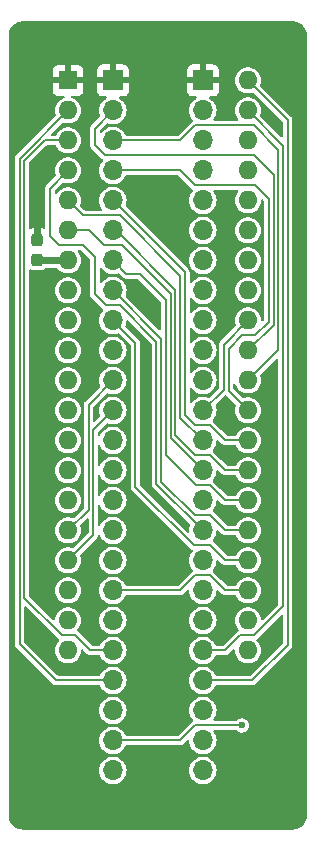
<source format=gbr>
G04 #@! TF.GenerationSoftware,KiCad,Pcbnew,7.0.11+dfsg-1build4*
G04 #@! TF.CreationDate,2024-12-04T13:23:04+09:00*
G04 #@! TF.ProjectId,bionic-mc6809e,62696f6e-6963-42d6-9d63-36383039652e,6*
G04 #@! TF.SameCoordinates,Original*
G04 #@! TF.FileFunction,Copper,L2,Bot*
G04 #@! TF.FilePolarity,Positive*
%FSLAX46Y46*%
G04 Gerber Fmt 4.6, Leading zero omitted, Abs format (unit mm)*
G04 Created by KiCad (PCBNEW 7.0.11+dfsg-1build4) date 2024-12-04 13:23:04*
%MOMM*%
%LPD*%
G01*
G04 APERTURE LIST*
G04 Aperture macros list*
%AMRoundRect*
0 Rectangle with rounded corners*
0 $1 Rounding radius*
0 $2 $3 $4 $5 $6 $7 $8 $9 X,Y pos of 4 corners*
0 Add a 4 corners polygon primitive as box body*
4,1,4,$2,$3,$4,$5,$6,$7,$8,$9,$2,$3,0*
0 Add four circle primitives for the rounded corners*
1,1,$1+$1,$2,$3*
1,1,$1+$1,$4,$5*
1,1,$1+$1,$6,$7*
1,1,$1+$1,$8,$9*
0 Add four rect primitives between the rounded corners*
20,1,$1+$1,$2,$3,$4,$5,0*
20,1,$1+$1,$4,$5,$6,$7,0*
20,1,$1+$1,$6,$7,$8,$9,0*
20,1,$1+$1,$8,$9,$2,$3,0*%
G04 Aperture macros list end*
G04 #@! TA.AperFunction,ComponentPad*
%ADD10R,1.600000X1.600000*%
G04 #@! TD*
G04 #@! TA.AperFunction,ComponentPad*
%ADD11O,1.600000X1.600000*%
G04 #@! TD*
G04 #@! TA.AperFunction,ComponentPad*
%ADD12R,1.700000X1.700000*%
G04 #@! TD*
G04 #@! TA.AperFunction,ComponentPad*
%ADD13O,1.700000X1.700000*%
G04 #@! TD*
G04 #@! TA.AperFunction,SMDPad,CuDef*
%ADD14RoundRect,0.237500X0.237500X-0.300000X0.237500X0.300000X-0.237500X0.300000X-0.237500X-0.300000X0*%
G04 #@! TD*
G04 #@! TA.AperFunction,ViaPad*
%ADD15C,0.600000*%
G04 #@! TD*
G04 #@! TA.AperFunction,Conductor*
%ADD16C,0.200000*%
G04 #@! TD*
G04 #@! TA.AperFunction,Conductor*
%ADD17C,0.800000*%
G04 #@! TD*
G04 #@! TA.AperFunction,Conductor*
%ADD18C,0.600000*%
G04 #@! TD*
G04 APERTURE END LIST*
D10*
X109741600Y-70266000D03*
D11*
X109741600Y-72806000D03*
X109741600Y-75346000D03*
X109741600Y-77886000D03*
X109741600Y-80426000D03*
X109741600Y-82966000D03*
X109741600Y-85506000D03*
X109741600Y-88046000D03*
X109741600Y-90586000D03*
X109741600Y-93126000D03*
X109741600Y-95666000D03*
X109741600Y-98206000D03*
X109741600Y-100746000D03*
X109741600Y-103286000D03*
X109741600Y-105826000D03*
X109741600Y-108366000D03*
X109741600Y-110906000D03*
X109741600Y-113446000D03*
X109741600Y-115986000D03*
X109741600Y-118526000D03*
X124981600Y-118526000D03*
X124981600Y-115986000D03*
X124981600Y-113446000D03*
X124981600Y-110906000D03*
X124981600Y-108366000D03*
X124981600Y-105826000D03*
X124981600Y-103286000D03*
X124981600Y-100746000D03*
X124981600Y-98206000D03*
X124981600Y-95666000D03*
X124981600Y-93126000D03*
X124981600Y-90586000D03*
X124981600Y-88046000D03*
X124981600Y-85506000D03*
X124981600Y-82966000D03*
X124981600Y-80426000D03*
X124981600Y-77886000D03*
X124981600Y-75346000D03*
X124981600Y-72806000D03*
X124981600Y-70266000D03*
D12*
X113551600Y-70266000D03*
D13*
X113551600Y-72806000D03*
X113551600Y-75346000D03*
X113551600Y-77886000D03*
X113551600Y-80426000D03*
X113551600Y-82966000D03*
X113551600Y-85506000D03*
X113551600Y-88046000D03*
X113551600Y-90586000D03*
X113551600Y-93126000D03*
X113551600Y-95666000D03*
X113551600Y-98206000D03*
X113551600Y-100746000D03*
X113551600Y-103286000D03*
X113551600Y-105826000D03*
X113551600Y-108366000D03*
X113551600Y-110906000D03*
X113551600Y-113446000D03*
X113551600Y-115986000D03*
X113551600Y-118526000D03*
X113551600Y-121066000D03*
X113551600Y-123606000D03*
X113551600Y-126146000D03*
X113551600Y-128686000D03*
D14*
X107144801Y-85504900D03*
X107144801Y-83779900D03*
D13*
X121171600Y-128686000D03*
X121171600Y-126146000D03*
X121171600Y-123606000D03*
X121171600Y-121066000D03*
X121171600Y-118526000D03*
X121171600Y-115986000D03*
X121171600Y-113446000D03*
X121171600Y-110906000D03*
X121171600Y-108366000D03*
X121171600Y-105826000D03*
X121171600Y-103286000D03*
X121171600Y-100746000D03*
X121171600Y-98206000D03*
X121171600Y-95666000D03*
X121171600Y-93126000D03*
X121171600Y-90586000D03*
X121171600Y-88046000D03*
X121171600Y-85506000D03*
X121171600Y-82966000D03*
X121171600Y-80426000D03*
X121171600Y-77886000D03*
X121171600Y-75346000D03*
X121171600Y-72806000D03*
D12*
X121171600Y-70266000D03*
D15*
X107830601Y-128178000D03*
X116339601Y-92999000D03*
X126753601Y-117637000D03*
X107144801Y-82051600D03*
X118752601Y-82966000D03*
X107195601Y-77124000D03*
X117355601Y-127162000D03*
X117101601Y-109382000D03*
X107449601Y-97063000D03*
X117609601Y-131480000D03*
X116466601Y-97571000D03*
X109862601Y-123733000D03*
X117482601Y-116113000D03*
X129039601Y-97190000D03*
X116339601Y-102270000D03*
X124975601Y-128051000D03*
X115958601Y-80299000D03*
X117355601Y-90586000D03*
X117482601Y-121320000D03*
X124467601Y-124876000D03*
D16*
X124981600Y-110906000D02*
X123070601Y-110906000D01*
X123070601Y-110906000D02*
X121800601Y-109636000D01*
X115450601Y-92491000D02*
X113551600Y-90591999D01*
X121800601Y-109636000D02*
X120403601Y-109636000D01*
X120403601Y-109636000D02*
X115450601Y-104683000D01*
X113551600Y-90591999D02*
X113551600Y-90586000D01*
X115450601Y-104683000D02*
X115450601Y-92491000D01*
X124981600Y-113446000D02*
X123070601Y-113446000D01*
X119260601Y-113446000D02*
X113551600Y-113446000D01*
X123070601Y-113446000D02*
X121800601Y-112176000D01*
X121800601Y-112176000D02*
X120530601Y-112176000D01*
X120530601Y-112176000D02*
X119260601Y-113446000D01*
X109741600Y-75346000D02*
X107767286Y-75346000D01*
X107767286Y-75346000D02*
X106052601Y-77060685D01*
X106052601Y-77060685D02*
X106052601Y-114081000D01*
X106052601Y-114081000D02*
X109227601Y-117256000D01*
X109227601Y-117256000D02*
X110370601Y-117256000D01*
X110370601Y-117256000D02*
X111640601Y-118526000D01*
X111640601Y-118526000D02*
X113551600Y-118526000D01*
X113551600Y-75346000D02*
X119260601Y-75346000D01*
X119260601Y-75346000D02*
X120530601Y-74076000D01*
X120530601Y-74076000D02*
X125483601Y-74076000D01*
X125483601Y-74076000D02*
X127553601Y-76146000D01*
X127553601Y-76146000D02*
X127553601Y-93093999D01*
X127553601Y-93093999D02*
X124981600Y-95666000D01*
X124981600Y-98206000D02*
X123343601Y-96568001D01*
X125610601Y-79156000D02*
X120470101Y-79156000D01*
X123343601Y-96568001D02*
X123343601Y-92980000D01*
X123343601Y-92980000D02*
X124467601Y-91856000D01*
X124467601Y-91856000D02*
X125610601Y-91856000D01*
X126753601Y-90713000D02*
X126753601Y-80299000D01*
X125610601Y-91856000D02*
X126753601Y-90713000D01*
X119200101Y-77886000D02*
X113551600Y-77886000D01*
X126753601Y-80299000D02*
X125610601Y-79156000D01*
X120470101Y-79156000D02*
X119200101Y-77886000D01*
X109741600Y-77886000D02*
X108211601Y-79415999D01*
X108211601Y-79415999D02*
X108211601Y-83474000D01*
X108211601Y-83474000D02*
X108973601Y-84236000D01*
X108973601Y-84236000D02*
X111005601Y-84236000D01*
X117241601Y-92377000D02*
X117241601Y-104436001D01*
X111005601Y-84236000D02*
X112021601Y-85252000D01*
X112021601Y-85252000D02*
X112021601Y-88382347D01*
X112021601Y-88382347D02*
X112955254Y-89316000D01*
X114180601Y-89316000D02*
X117241601Y-92377000D01*
X112955254Y-89316000D02*
X114180601Y-89316000D01*
X117241601Y-104436001D02*
X121171600Y-108366000D01*
X121171600Y-103286000D02*
X118441601Y-100556001D01*
X118441601Y-100556001D02*
X118441601Y-88370000D01*
X118441601Y-88370000D02*
X114307601Y-84236000D01*
X112783601Y-84236000D02*
X111513601Y-82966000D01*
X111513601Y-82966000D02*
X109741600Y-82966000D01*
X114307601Y-84236000D02*
X112783601Y-84236000D01*
X113551600Y-80426000D02*
X119641601Y-86516001D01*
X119641601Y-86516001D02*
X119641601Y-98587000D01*
X120530601Y-99476000D02*
X121800601Y-99476000D01*
X119641601Y-98587000D02*
X120530601Y-99476000D01*
X121800601Y-99476000D02*
X123070601Y-100746000D01*
X123070601Y-100746000D02*
X124981600Y-100746000D01*
X113551600Y-82966000D02*
X113799601Y-82966000D01*
X123070601Y-103286000D02*
X124981600Y-103286000D01*
X113799601Y-82966000D02*
X118841601Y-88008000D01*
X118841601Y-88008000D02*
X118841601Y-100327000D01*
X118841601Y-100327000D02*
X120530601Y-102016000D01*
X120530601Y-102016000D02*
X121800601Y-102016000D01*
X121800601Y-102016000D02*
X123070601Y-103286000D01*
X113551600Y-85506000D02*
X114694600Y-86649000D01*
X120594101Y-104556000D02*
X121800601Y-104556000D01*
X114694600Y-86649000D02*
X115831601Y-86649000D01*
X115831601Y-86649000D02*
X118041601Y-88859000D01*
X118041601Y-88859000D02*
X118041601Y-102003500D01*
X118041601Y-102003500D02*
X120594101Y-104556000D01*
X123070601Y-105826000D02*
X124981600Y-105826000D01*
X121800601Y-104556000D02*
X123070601Y-105826000D01*
X124981600Y-108366000D02*
X123070601Y-108366000D01*
X123070601Y-108366000D02*
X121800601Y-107096000D01*
X121800601Y-107096000D02*
X120467286Y-107096000D01*
X120467286Y-107096000D02*
X117641601Y-104270315D01*
X117641601Y-104270315D02*
X117641601Y-92136001D01*
X117641601Y-92136001D02*
X113551600Y-88046000D01*
X124981600Y-70266000D02*
X128353601Y-73638001D01*
X125356601Y-121066000D02*
X121171600Y-121066000D01*
X128353601Y-73638001D02*
X128353601Y-118069000D01*
X128353601Y-118069000D02*
X125356601Y-121066000D01*
X124981600Y-72806000D02*
X127953601Y-75778001D01*
X127953601Y-75778001D02*
X127953601Y-114786000D01*
X127953601Y-114786000D02*
X125483601Y-117256000D01*
X125483601Y-117256000D02*
X124340601Y-117256000D01*
X124340601Y-117256000D02*
X123070601Y-118526000D01*
X123070601Y-118526000D02*
X121171600Y-118526000D01*
X124467601Y-124876000D02*
X120530601Y-124876000D01*
X120530601Y-124876000D02*
X119260601Y-126146000D01*
X119260601Y-126146000D02*
X113551600Y-126146000D01*
D17*
X107145901Y-85506000D02*
X107144801Y-85504900D01*
D18*
X109741600Y-85506000D02*
X107145901Y-85506000D01*
X107144801Y-83779900D02*
X107144801Y-82051600D01*
D16*
X122943601Y-92623999D02*
X122943601Y-96433999D01*
X124981600Y-90586000D02*
X122943601Y-92623999D01*
X122943601Y-96433999D02*
X121171600Y-98206000D01*
X119241601Y-86789655D02*
X119241601Y-98816001D01*
X119241601Y-98816001D02*
X121171600Y-100746000D01*
X111011600Y-81696000D02*
X114147946Y-81696000D01*
X109741600Y-80426000D02*
X111011600Y-81696000D01*
X114147946Y-81696000D02*
X119241601Y-86789655D01*
X125483601Y-76616000D02*
X127153601Y-78286000D01*
X112910601Y-76616000D02*
X125483601Y-76616000D01*
X112021601Y-75727000D02*
X112910601Y-76616000D01*
X127153601Y-90953999D02*
X124981600Y-93126000D01*
X112021601Y-74335999D02*
X112021601Y-75727000D01*
X127153601Y-78286000D02*
X127153601Y-90953999D01*
X113551600Y-72806000D02*
X112021601Y-74335999D01*
X111894601Y-99862999D02*
X111894601Y-108752999D01*
X111894601Y-108752999D02*
X109741600Y-110906000D01*
X113551600Y-98206000D02*
X111894601Y-99862999D01*
X113551600Y-95666000D02*
X111494601Y-97722999D01*
X111494601Y-97722999D02*
X111494601Y-106612999D01*
X111494601Y-106612999D02*
X109741600Y-108366000D01*
X108719601Y-121066000D02*
X105652601Y-117999000D01*
X105652601Y-76894999D02*
X109741600Y-72806000D01*
X113551600Y-121066000D02*
X108719601Y-121066000D01*
X105652601Y-117999000D02*
X105652601Y-76894999D01*
G04 #@! TA.AperFunction,Conductor*
G36*
X114840322Y-90552043D02*
G01*
X114871177Y-90572969D01*
X116812105Y-92513897D01*
X116839882Y-92568414D01*
X116841101Y-92583901D01*
X116841101Y-104499438D01*
X116848554Y-104522375D01*
X116852180Y-104537475D01*
X116855955Y-104561307D01*
X116866902Y-104582789D01*
X116872848Y-104597143D01*
X116880304Y-104620089D01*
X116880303Y-104620089D01*
X116894485Y-104639609D01*
X116902598Y-104652848D01*
X116913551Y-104674343D01*
X116913552Y-104674344D01*
X116933631Y-104694424D01*
X116933632Y-104694424D01*
X116936114Y-104696906D01*
X116936117Y-104696910D01*
X118520579Y-106281372D01*
X120074948Y-107835741D01*
X120102725Y-107890258D01*
X120094504Y-107943818D01*
X120095849Y-107944339D01*
X120094198Y-107948598D01*
X120035844Y-108153688D01*
X120016171Y-108366000D01*
X120023162Y-108441448D01*
X120009704Y-108501135D01*
X119963733Y-108541512D01*
X119902809Y-108547158D01*
X119854580Y-108520586D01*
X115880097Y-104546103D01*
X115852320Y-104491586D01*
X115851101Y-104476099D01*
X115851101Y-92427569D01*
X115851101Y-92427567D01*
X115843643Y-92404613D01*
X115840019Y-92389514D01*
X115836247Y-92365696D01*
X115836245Y-92365693D01*
X115836245Y-92365691D01*
X115825295Y-92344201D01*
X115819350Y-92329851D01*
X115811897Y-92306910D01*
X115797716Y-92287391D01*
X115789599Y-92274145D01*
X115778651Y-92252658D01*
X115770012Y-92244019D01*
X115756087Y-92230093D01*
X115756087Y-92230094D01*
X115756085Y-92230091D01*
X114646256Y-91120262D01*
X114618479Y-91065745D01*
X114627404Y-91007676D01*
X114627352Y-91007656D01*
X114627444Y-91007417D01*
X114627643Y-91006123D01*
X114629005Y-91003389D01*
X114687356Y-90798310D01*
X114702596Y-90633835D01*
X114726791Y-90577641D01*
X114779398Y-90546397D01*
X114840322Y-90552043D01*
G37*
G04 #@! TD.AperFunction*
G04 #@! TA.AperFunction,Conductor*
G36*
X112600102Y-86155131D02*
G01*
X112697728Y-86284407D01*
X112697735Y-86284413D01*
X112855292Y-86428047D01*
X112855299Y-86428053D01*
X112946435Y-86484482D01*
X113036581Y-86540298D01*
X113235402Y-86617321D01*
X113444990Y-86656500D01*
X113658210Y-86656500D01*
X113867798Y-86617321D01*
X113972511Y-86576754D01*
X114033599Y-86573365D01*
X114078270Y-86599063D01*
X114366550Y-86887342D01*
X114366552Y-86887345D01*
X114413886Y-86934678D01*
X114456258Y-86977050D01*
X114477752Y-86988001D01*
X114490998Y-86996119D01*
X114510505Y-87010293D01*
X114510506Y-87010293D01*
X114510510Y-87010296D01*
X114533449Y-87017748D01*
X114547801Y-87023694D01*
X114569291Y-87034644D01*
X114569293Y-87034644D01*
X114569296Y-87034646D01*
X114593117Y-87038418D01*
X114608213Y-87042042D01*
X114631167Y-87049500D01*
X114663081Y-87049500D01*
X115624700Y-87049500D01*
X115682891Y-87068407D01*
X115694704Y-87078496D01*
X117612105Y-88995897D01*
X117639882Y-89050414D01*
X117641101Y-89065901D01*
X117641101Y-91330100D01*
X117622194Y-91388291D01*
X117572694Y-91424255D01*
X117511508Y-91424255D01*
X117472097Y-91400104D01*
X114648250Y-88576257D01*
X114620473Y-88521740D01*
X114628711Y-88468182D01*
X114627352Y-88467656D01*
X114629000Y-88463398D01*
X114629005Y-88463389D01*
X114687356Y-88258310D01*
X114707029Y-88046000D01*
X114687356Y-87833690D01*
X114629005Y-87628611D01*
X114533966Y-87437745D01*
X114405472Y-87267593D01*
X114333629Y-87202099D01*
X114247907Y-87123952D01*
X114247900Y-87123946D01*
X114066624Y-87011705D01*
X114066619Y-87011702D01*
X113977166Y-86977048D01*
X113867798Y-86934679D01*
X113867797Y-86934678D01*
X113867795Y-86934678D01*
X113658210Y-86895500D01*
X113444990Y-86895500D01*
X113235404Y-86934678D01*
X113036580Y-87011702D01*
X113036575Y-87011705D01*
X112855299Y-87123946D01*
X112855292Y-87123952D01*
X112697735Y-87267586D01*
X112697719Y-87267603D01*
X112600104Y-87396866D01*
X112549948Y-87431909D01*
X112488773Y-87430778D01*
X112439946Y-87393905D01*
X112422101Y-87337205D01*
X112422101Y-86214794D01*
X112441008Y-86156603D01*
X112490508Y-86120639D01*
X112551694Y-86120639D01*
X112600102Y-86155131D01*
G37*
G04 #@! TD.AperFunction*
G04 #@! TA.AperFunction,Conductor*
G36*
X128789476Y-65261805D02*
G01*
X128964698Y-65275594D01*
X128980031Y-65278023D01*
X129147151Y-65318145D01*
X129161917Y-65322943D01*
X129320693Y-65388711D01*
X129334534Y-65395764D01*
X129481068Y-65485560D01*
X129493633Y-65494689D01*
X129624317Y-65606303D01*
X129635299Y-65617285D01*
X129746907Y-65747962D01*
X129756038Y-65760530D01*
X129845836Y-65907067D01*
X129852889Y-65920908D01*
X129918654Y-66079678D01*
X129923455Y-66094453D01*
X129963575Y-66261564D01*
X129966005Y-66276907D01*
X129979796Y-66452137D01*
X129980101Y-66459905D01*
X129980101Y-132492108D01*
X129979796Y-132499876D01*
X129966006Y-132675092D01*
X129963576Y-132690435D01*
X129923456Y-132857546D01*
X129918655Y-132872321D01*
X129852890Y-133031092D01*
X129845838Y-133044933D01*
X129756043Y-133191466D01*
X129746911Y-133204035D01*
X129635299Y-133334714D01*
X129624315Y-133345698D01*
X129493634Y-133457311D01*
X129481066Y-133466442D01*
X129334537Y-133556236D01*
X129320695Y-133563289D01*
X129161922Y-133629055D01*
X129147147Y-133633856D01*
X128980036Y-133673976D01*
X128964693Y-133676406D01*
X128805487Y-133688935D01*
X128789488Y-133690195D01*
X128781722Y-133690500D01*
X105929493Y-133690500D01*
X105921726Y-133690195D01*
X105902615Y-133688691D01*
X105746508Y-133676405D01*
X105731165Y-133673975D01*
X105564052Y-133633854D01*
X105549278Y-133629053D01*
X105390509Y-133563290D01*
X105376667Y-133556237D01*
X105230132Y-133466440D01*
X105217564Y-133457309D01*
X105086888Y-133345701D01*
X105075903Y-133334717D01*
X104964286Y-133204031D01*
X104955160Y-133191471D01*
X104865359Y-133044927D01*
X104858313Y-133031098D01*
X104792543Y-132872317D01*
X104787744Y-132857546D01*
X104747624Y-132690435D01*
X104745194Y-132675097D01*
X104731406Y-132499887D01*
X104731101Y-132492120D01*
X104731101Y-128686000D01*
X112396171Y-128686000D01*
X112415844Y-128898310D01*
X112474195Y-129103389D01*
X112569234Y-129294255D01*
X112697728Y-129464407D01*
X112697735Y-129464413D01*
X112855292Y-129608047D01*
X112855299Y-129608053D01*
X112958989Y-129672255D01*
X113036581Y-129720298D01*
X113235402Y-129797321D01*
X113444990Y-129836500D01*
X113658210Y-129836500D01*
X113867798Y-129797321D01*
X114066619Y-129720298D01*
X114247902Y-129608052D01*
X114405472Y-129464407D01*
X114533966Y-129294255D01*
X114629005Y-129103389D01*
X114687356Y-128898310D01*
X114707029Y-128686000D01*
X120016171Y-128686000D01*
X120035844Y-128898310D01*
X120094195Y-129103389D01*
X120189234Y-129294255D01*
X120317728Y-129464407D01*
X120317735Y-129464413D01*
X120475292Y-129608047D01*
X120475299Y-129608053D01*
X120578989Y-129672255D01*
X120656581Y-129720298D01*
X120855402Y-129797321D01*
X121064990Y-129836500D01*
X121278210Y-129836500D01*
X121487798Y-129797321D01*
X121686619Y-129720298D01*
X121867902Y-129608052D01*
X122025472Y-129464407D01*
X122153966Y-129294255D01*
X122249005Y-129103389D01*
X122307356Y-128898310D01*
X122327029Y-128686000D01*
X122307356Y-128473690D01*
X122249005Y-128268611D01*
X122153966Y-128077745D01*
X122025472Y-127907593D01*
X121971223Y-127858139D01*
X121867907Y-127763952D01*
X121867900Y-127763946D01*
X121686624Y-127651705D01*
X121686619Y-127651702D01*
X121487795Y-127574678D01*
X121278210Y-127535500D01*
X121064990Y-127535500D01*
X120855404Y-127574678D01*
X120656580Y-127651702D01*
X120656575Y-127651705D01*
X120475299Y-127763946D01*
X120475292Y-127763952D01*
X120317735Y-127907586D01*
X120317731Y-127907589D01*
X120317728Y-127907593D01*
X120317725Y-127907597D01*
X120189235Y-128077743D01*
X120189230Y-128077752D01*
X120094196Y-128268608D01*
X120035844Y-128473688D01*
X120035844Y-128473690D01*
X120016171Y-128686000D01*
X114707029Y-128686000D01*
X114687356Y-128473690D01*
X114629005Y-128268611D01*
X114533966Y-128077745D01*
X114405472Y-127907593D01*
X114351223Y-127858139D01*
X114247907Y-127763952D01*
X114247900Y-127763946D01*
X114066624Y-127651705D01*
X114066619Y-127651702D01*
X113867795Y-127574678D01*
X113658210Y-127535500D01*
X113444990Y-127535500D01*
X113235404Y-127574678D01*
X113036580Y-127651702D01*
X113036575Y-127651705D01*
X112855299Y-127763946D01*
X112855292Y-127763952D01*
X112697735Y-127907586D01*
X112697731Y-127907589D01*
X112697728Y-127907593D01*
X112697725Y-127907597D01*
X112569235Y-128077743D01*
X112569230Y-128077752D01*
X112474196Y-128268608D01*
X112415844Y-128473688D01*
X112415844Y-128473690D01*
X112396171Y-128686000D01*
X104731101Y-128686000D01*
X104731101Y-126146000D01*
X112396171Y-126146000D01*
X112415844Y-126358310D01*
X112474195Y-126563389D01*
X112569234Y-126754255D01*
X112697728Y-126924407D01*
X112697735Y-126924413D01*
X112855292Y-127068047D01*
X112855299Y-127068053D01*
X112958989Y-127132255D01*
X113036581Y-127180298D01*
X113235402Y-127257321D01*
X113444990Y-127296500D01*
X113658210Y-127296500D01*
X113867798Y-127257321D01*
X114066619Y-127180298D01*
X114247902Y-127068052D01*
X114405472Y-126924407D01*
X114533966Y-126754255D01*
X114610092Y-126601372D01*
X114652954Y-126557710D01*
X114698713Y-126546500D01*
X119324033Y-126546500D01*
X119324034Y-126546500D01*
X119346983Y-126539043D01*
X119362066Y-126535421D01*
X119385905Y-126531646D01*
X119407403Y-126520690D01*
X119421752Y-126514748D01*
X119444691Y-126507296D01*
X119464213Y-126493111D01*
X119477450Y-126485000D01*
X119498943Y-126474050D01*
X119515861Y-126457130D01*
X119515873Y-126457121D01*
X119521510Y-126451484D01*
X119851005Y-126121987D01*
X119905521Y-126094210D01*
X119965953Y-126103781D01*
X120009217Y-126147046D01*
X120019586Y-126182856D01*
X120035844Y-126358310D01*
X120094195Y-126563389D01*
X120189234Y-126754255D01*
X120317728Y-126924407D01*
X120317735Y-126924413D01*
X120475292Y-127068047D01*
X120475299Y-127068053D01*
X120578989Y-127132255D01*
X120656581Y-127180298D01*
X120855402Y-127257321D01*
X121064990Y-127296500D01*
X121278210Y-127296500D01*
X121487798Y-127257321D01*
X121686619Y-127180298D01*
X121867902Y-127068052D01*
X122025472Y-126924407D01*
X122153966Y-126754255D01*
X122249005Y-126563389D01*
X122307356Y-126358310D01*
X122327029Y-126146000D01*
X122307356Y-125933690D01*
X122249005Y-125728611D01*
X122153966Y-125537745D01*
X122076496Y-125435159D01*
X122056518Y-125377330D01*
X122074347Y-125318799D01*
X122123173Y-125281927D01*
X122155501Y-125276500D01*
X123970530Y-125276500D01*
X124028721Y-125295407D01*
X124037288Y-125302723D01*
X124039317Y-125304280D01*
X124039319Y-125304282D01*
X124164760Y-125400536D01*
X124310839Y-125461044D01*
X124428410Y-125476522D01*
X124467600Y-125481682D01*
X124467601Y-125481682D01*
X124467602Y-125481682D01*
X124498953Y-125477554D01*
X124624363Y-125461044D01*
X124770442Y-125400536D01*
X124895883Y-125304282D01*
X124992137Y-125178841D01*
X125052645Y-125032762D01*
X125073283Y-124876000D01*
X125052645Y-124719238D01*
X124992138Y-124573161D01*
X124992138Y-124573160D01*
X124895885Y-124447721D01*
X124895883Y-124447718D01*
X124895878Y-124447714D01*
X124895877Y-124447713D01*
X124813382Y-124384413D01*
X124770442Y-124351464D01*
X124770441Y-124351463D01*
X124770439Y-124351462D01*
X124624367Y-124290957D01*
X124624359Y-124290955D01*
X124467602Y-124270318D01*
X124467600Y-124270318D01*
X124310842Y-124290955D01*
X124310834Y-124290957D01*
X124164762Y-124351462D01*
X124164761Y-124351462D01*
X124034171Y-124451668D01*
X124033110Y-124450286D01*
X123986017Y-124474281D01*
X123970530Y-124475500D01*
X122155501Y-124475500D01*
X122097310Y-124456593D01*
X122061346Y-124407093D01*
X122061346Y-124345907D01*
X122076497Y-124316839D01*
X122153966Y-124214255D01*
X122249005Y-124023389D01*
X122307356Y-123818310D01*
X122327029Y-123606000D01*
X122307356Y-123393690D01*
X122249005Y-123188611D01*
X122153966Y-122997745D01*
X122025472Y-122827593D01*
X121971223Y-122778139D01*
X121867907Y-122683952D01*
X121867900Y-122683946D01*
X121686624Y-122571705D01*
X121686619Y-122571702D01*
X121487795Y-122494678D01*
X121278210Y-122455500D01*
X121064990Y-122455500D01*
X120855404Y-122494678D01*
X120656580Y-122571702D01*
X120656575Y-122571705D01*
X120475299Y-122683946D01*
X120475292Y-122683952D01*
X120317735Y-122827586D01*
X120317731Y-122827589D01*
X120317728Y-122827593D01*
X120317725Y-122827597D01*
X120189235Y-122997743D01*
X120189230Y-122997752D01*
X120094196Y-123188608D01*
X120035844Y-123393688D01*
X120035844Y-123393690D01*
X120016171Y-123606000D01*
X120035844Y-123818310D01*
X120094195Y-124023389D01*
X120189234Y-124214255D01*
X120292851Y-124351464D01*
X120317729Y-124384408D01*
X120317923Y-124384585D01*
X120317977Y-124384680D01*
X120320812Y-124387790D01*
X120320110Y-124388429D01*
X120348188Y-124437762D01*
X120341416Y-124498571D01*
X120300195Y-124543787D01*
X120296178Y-124545952D01*
X120292263Y-124547946D01*
X120292257Y-124547951D01*
X120269691Y-124570516D01*
X120269692Y-124570517D01*
X119123704Y-125716504D01*
X119069187Y-125744281D01*
X119053700Y-125745500D01*
X114698713Y-125745500D01*
X114640522Y-125726593D01*
X114610092Y-125690628D01*
X114533969Y-125537752D01*
X114533966Y-125537745D01*
X114405472Y-125367593D01*
X114336017Y-125304276D01*
X114247907Y-125223952D01*
X114247900Y-125223946D01*
X114066624Y-125111705D01*
X114066619Y-125111702D01*
X113867795Y-125034678D01*
X113658210Y-124995500D01*
X113444990Y-124995500D01*
X113235404Y-125034678D01*
X113036580Y-125111702D01*
X113036575Y-125111705D01*
X112855299Y-125223946D01*
X112855292Y-125223952D01*
X112697735Y-125367586D01*
X112697731Y-125367589D01*
X112697728Y-125367593D01*
X112697725Y-125367597D01*
X112569235Y-125537743D01*
X112569230Y-125537752D01*
X112474196Y-125728608D01*
X112474195Y-125728611D01*
X112469390Y-125745500D01*
X112415844Y-125933688D01*
X112415844Y-125933690D01*
X112396171Y-126146000D01*
X104731101Y-126146000D01*
X104731101Y-123606000D01*
X112396171Y-123606000D01*
X112415844Y-123818310D01*
X112474195Y-124023389D01*
X112569234Y-124214255D01*
X112697728Y-124384407D01*
X112701439Y-124387790D01*
X112855292Y-124528047D01*
X112855299Y-124528053D01*
X112923881Y-124570517D01*
X113036581Y-124640298D01*
X113235402Y-124717321D01*
X113444990Y-124756500D01*
X113658210Y-124756500D01*
X113867798Y-124717321D01*
X114066619Y-124640298D01*
X114247902Y-124528052D01*
X114405472Y-124384407D01*
X114533966Y-124214255D01*
X114629005Y-124023389D01*
X114687356Y-123818310D01*
X114707029Y-123606000D01*
X114687356Y-123393690D01*
X114629005Y-123188611D01*
X114533966Y-122997745D01*
X114405472Y-122827593D01*
X114351223Y-122778139D01*
X114247907Y-122683952D01*
X114247900Y-122683946D01*
X114066624Y-122571705D01*
X114066619Y-122571702D01*
X113867795Y-122494678D01*
X113658210Y-122455500D01*
X113444990Y-122455500D01*
X113235404Y-122494678D01*
X113036580Y-122571702D01*
X113036575Y-122571705D01*
X112855299Y-122683946D01*
X112855292Y-122683952D01*
X112697735Y-122827586D01*
X112697731Y-122827589D01*
X112697728Y-122827593D01*
X112697725Y-122827597D01*
X112569235Y-122997743D01*
X112569230Y-122997752D01*
X112474196Y-123188608D01*
X112415844Y-123393688D01*
X112415844Y-123393690D01*
X112396171Y-123606000D01*
X104731101Y-123606000D01*
X104731101Y-118062437D01*
X105252101Y-118062437D01*
X105259554Y-118085374D01*
X105263180Y-118100474D01*
X105266955Y-118124306D01*
X105277902Y-118145788D01*
X105283848Y-118160142D01*
X105291304Y-118183088D01*
X105291303Y-118183088D01*
X105305485Y-118202608D01*
X105313598Y-118215847D01*
X105324551Y-118237342D01*
X105324552Y-118237343D01*
X105344631Y-118257423D01*
X105344632Y-118257423D01*
X105347114Y-118259905D01*
X105347117Y-118259909D01*
X108458692Y-121371484D01*
X108458695Y-121371486D01*
X108458694Y-121371486D01*
X108481257Y-121394048D01*
X108481259Y-121394050D01*
X108502748Y-121404999D01*
X108515993Y-121413115D01*
X108535511Y-121427296D01*
X108558452Y-121434749D01*
X108572802Y-121440694D01*
X108594292Y-121451644D01*
X108594294Y-121451644D01*
X108594297Y-121451646D01*
X108618118Y-121455418D01*
X108633214Y-121459042D01*
X108656168Y-121466500D01*
X108688082Y-121466500D01*
X112404487Y-121466500D01*
X112462678Y-121485407D01*
X112493108Y-121521372D01*
X112569234Y-121674255D01*
X112697728Y-121844407D01*
X112697735Y-121844413D01*
X112855292Y-121988047D01*
X112855299Y-121988053D01*
X112958989Y-122052255D01*
X113036581Y-122100298D01*
X113235402Y-122177321D01*
X113444990Y-122216500D01*
X113658210Y-122216500D01*
X113867798Y-122177321D01*
X114066619Y-122100298D01*
X114247902Y-121988052D01*
X114405472Y-121844407D01*
X114533966Y-121674255D01*
X114629005Y-121483389D01*
X114687356Y-121278310D01*
X114707029Y-121066000D01*
X114687356Y-120853690D01*
X114629005Y-120648611D01*
X114533966Y-120457745D01*
X114405472Y-120287593D01*
X114351223Y-120238139D01*
X114247907Y-120143952D01*
X114247900Y-120143946D01*
X114066624Y-120031705D01*
X114066619Y-120031702D01*
X113867795Y-119954678D01*
X113658210Y-119915500D01*
X113444990Y-119915500D01*
X113235404Y-119954678D01*
X113036580Y-120031702D01*
X113036575Y-120031705D01*
X112855299Y-120143946D01*
X112855292Y-120143952D01*
X112697735Y-120287586D01*
X112697731Y-120287589D01*
X112697728Y-120287593D01*
X112697725Y-120287597D01*
X112569235Y-120457743D01*
X112569230Y-120457752D01*
X112493108Y-120610628D01*
X112450246Y-120654290D01*
X112404487Y-120665500D01*
X108926502Y-120665500D01*
X108868311Y-120646593D01*
X108856498Y-120636504D01*
X106082097Y-117862103D01*
X106054320Y-117807586D01*
X106053101Y-117792099D01*
X106053101Y-114886900D01*
X106072008Y-114828709D01*
X106121508Y-114792745D01*
X106182694Y-114792745D01*
X106222102Y-114816894D01*
X108966692Y-117561484D01*
X108966695Y-117561486D01*
X108966694Y-117561486D01*
X108988468Y-117583259D01*
X109016247Y-117637775D01*
X109006677Y-117698207D01*
X108985163Y-117726425D01*
X108961939Y-117747597D01*
X108924836Y-117781421D01*
X108905077Y-117807586D01*
X108801928Y-117944177D01*
X108801923Y-117944186D01*
X108711640Y-118125500D01*
X108711018Y-118126750D01*
X108655203Y-118322917D01*
X108636385Y-118526000D01*
X108655203Y-118729083D01*
X108711018Y-118925250D01*
X108801927Y-119107821D01*
X108924836Y-119270579D01*
X109075559Y-119407981D01*
X109248963Y-119515348D01*
X109439144Y-119589024D01*
X109639624Y-119626500D01*
X109843576Y-119626500D01*
X110044056Y-119589024D01*
X110234237Y-119515348D01*
X110407641Y-119407981D01*
X110558364Y-119270579D01*
X110681273Y-119107821D01*
X110772182Y-118925250D01*
X110827997Y-118729083D01*
X110846640Y-118527881D01*
X110870836Y-118471685D01*
X110923443Y-118440441D01*
X110984368Y-118446087D01*
X111015220Y-118467011D01*
X111312551Y-118764342D01*
X111312550Y-118764342D01*
X111402258Y-118854049D01*
X111402259Y-118854050D01*
X111423750Y-118865000D01*
X111436996Y-118873117D01*
X111456511Y-118887296D01*
X111456513Y-118887296D01*
X111456514Y-118887297D01*
X111479453Y-118894750D01*
X111493796Y-118900690D01*
X111515297Y-118911646D01*
X111539125Y-118915419D01*
X111554234Y-118919047D01*
X111562795Y-118921828D01*
X111577168Y-118926499D01*
X111604980Y-118926499D01*
X111605004Y-118926500D01*
X111609082Y-118926500D01*
X112404487Y-118926500D01*
X112462678Y-118945407D01*
X112493108Y-118981372D01*
X112569234Y-119134255D01*
X112697728Y-119304407D01*
X112697735Y-119304413D01*
X112855292Y-119448047D01*
X112855299Y-119448053D01*
X112958989Y-119512255D01*
X113036581Y-119560298D01*
X113235402Y-119637321D01*
X113444990Y-119676500D01*
X113658210Y-119676500D01*
X113867798Y-119637321D01*
X114066619Y-119560298D01*
X114247902Y-119448052D01*
X114405472Y-119304407D01*
X114533966Y-119134255D01*
X114629005Y-118943389D01*
X114687356Y-118738310D01*
X114707029Y-118526000D01*
X114687356Y-118313690D01*
X114629005Y-118108611D01*
X114533966Y-117917745D01*
X114405472Y-117747593D01*
X114351223Y-117698139D01*
X114247907Y-117603952D01*
X114247900Y-117603946D01*
X114066624Y-117491705D01*
X114066619Y-117491702D01*
X113867795Y-117414678D01*
X113658210Y-117375500D01*
X113444990Y-117375500D01*
X113235404Y-117414678D01*
X113036580Y-117491702D01*
X113036575Y-117491705D01*
X112855299Y-117603946D01*
X112855292Y-117603952D01*
X112697735Y-117747586D01*
X112697731Y-117747589D01*
X112697728Y-117747593D01*
X112697725Y-117747597D01*
X112569235Y-117917743D01*
X112569230Y-117917752D01*
X112493108Y-118070628D01*
X112450246Y-118114290D01*
X112404487Y-118125500D01*
X111847501Y-118125500D01*
X111789310Y-118106593D01*
X111777497Y-118096504D01*
X111242477Y-117561484D01*
X110631510Y-116950516D01*
X110631506Y-116950513D01*
X110629024Y-116948031D01*
X110629024Y-116948030D01*
X110608944Y-116927951D01*
X110608943Y-116927950D01*
X110587448Y-116916997D01*
X110574209Y-116908884D01*
X110554833Y-116894807D01*
X110518868Y-116845307D01*
X110518867Y-116784122D01*
X110546325Y-116741553D01*
X110558364Y-116730579D01*
X110681273Y-116567821D01*
X110772182Y-116385250D01*
X110827997Y-116189083D01*
X110846815Y-115986000D01*
X112396171Y-115986000D01*
X112415844Y-116198310D01*
X112474195Y-116403389D01*
X112569234Y-116594255D01*
X112697728Y-116764407D01*
X112768334Y-116828773D01*
X112855292Y-116908047D01*
X112855299Y-116908053D01*
X112923881Y-116950517D01*
X113036581Y-117020298D01*
X113235402Y-117097321D01*
X113444990Y-117136500D01*
X113658210Y-117136500D01*
X113867798Y-117097321D01*
X114066619Y-117020298D01*
X114247902Y-116908052D01*
X114405472Y-116764407D01*
X114533966Y-116594255D01*
X114629005Y-116403389D01*
X114687356Y-116198310D01*
X114707029Y-115986000D01*
X120016171Y-115986000D01*
X120035844Y-116198310D01*
X120094195Y-116403389D01*
X120189234Y-116594255D01*
X120317728Y-116764407D01*
X120388334Y-116828773D01*
X120475292Y-116908047D01*
X120475299Y-116908053D01*
X120543881Y-116950517D01*
X120656581Y-117020298D01*
X120855402Y-117097321D01*
X121064990Y-117136500D01*
X121278210Y-117136500D01*
X121487798Y-117097321D01*
X121686619Y-117020298D01*
X121867902Y-116908052D01*
X122025472Y-116764407D01*
X122153966Y-116594255D01*
X122249005Y-116403389D01*
X122307356Y-116198310D01*
X122327029Y-115986000D01*
X122307356Y-115773690D01*
X122249005Y-115568611D01*
X122153966Y-115377745D01*
X122025472Y-115207593D01*
X121971223Y-115158139D01*
X121867907Y-115063952D01*
X121867900Y-115063946D01*
X121686624Y-114951705D01*
X121686619Y-114951702D01*
X121487795Y-114874678D01*
X121278210Y-114835500D01*
X121064990Y-114835500D01*
X120855404Y-114874678D01*
X120656580Y-114951702D01*
X120656575Y-114951705D01*
X120475299Y-115063946D01*
X120475292Y-115063952D01*
X120317735Y-115207586D01*
X120317731Y-115207589D01*
X120317728Y-115207593D01*
X120317725Y-115207597D01*
X120189235Y-115377743D01*
X120189230Y-115377752D01*
X120094196Y-115568608D01*
X120035844Y-115773688D01*
X120035844Y-115773690D01*
X120016171Y-115986000D01*
X114707029Y-115986000D01*
X114687356Y-115773690D01*
X114629005Y-115568611D01*
X114533966Y-115377745D01*
X114405472Y-115207593D01*
X114351223Y-115158139D01*
X114247907Y-115063952D01*
X114247900Y-115063946D01*
X114066624Y-114951705D01*
X114066619Y-114951702D01*
X113867795Y-114874678D01*
X113658210Y-114835500D01*
X113444990Y-114835500D01*
X113235404Y-114874678D01*
X113036580Y-114951702D01*
X113036575Y-114951705D01*
X112855299Y-115063946D01*
X112855292Y-115063952D01*
X112697735Y-115207586D01*
X112697731Y-115207589D01*
X112697728Y-115207593D01*
X112697725Y-115207597D01*
X112569235Y-115377743D01*
X112569230Y-115377752D01*
X112474196Y-115568608D01*
X112415844Y-115773688D01*
X112415844Y-115773690D01*
X112396171Y-115986000D01*
X110846815Y-115986000D01*
X110827997Y-115782917D01*
X110772182Y-115586750D01*
X110681273Y-115404179D01*
X110558364Y-115241421D01*
X110407641Y-115104019D01*
X110234237Y-114996652D01*
X110044056Y-114922976D01*
X110044055Y-114922975D01*
X110044053Y-114922975D01*
X109843576Y-114885500D01*
X109639624Y-114885500D01*
X109439146Y-114922975D01*
X109369232Y-114950059D01*
X109248963Y-114996652D01*
X109140276Y-115063948D01*
X109075559Y-115104019D01*
X108924837Y-115241420D01*
X108801928Y-115404177D01*
X108801923Y-115404186D01*
X108711019Y-115586747D01*
X108655203Y-115782917D01*
X108646312Y-115878867D01*
X108622115Y-115935065D01*
X108569508Y-115966308D01*
X108508584Y-115960662D01*
X108477730Y-115939736D01*
X106482097Y-113944103D01*
X106454320Y-113889586D01*
X106453101Y-113874099D01*
X106453101Y-113446000D01*
X108636385Y-113446000D01*
X108655203Y-113649083D01*
X108711018Y-113845250D01*
X108801927Y-114027821D01*
X108924836Y-114190579D01*
X109075559Y-114327981D01*
X109248963Y-114435348D01*
X109439144Y-114509024D01*
X109639624Y-114546500D01*
X109843576Y-114546500D01*
X110044056Y-114509024D01*
X110234237Y-114435348D01*
X110407641Y-114327981D01*
X110558364Y-114190579D01*
X110681273Y-114027821D01*
X110772182Y-113845250D01*
X110827997Y-113649083D01*
X110846815Y-113446000D01*
X110827997Y-113242917D01*
X110772182Y-113046750D01*
X110681273Y-112864179D01*
X110558364Y-112701421D01*
X110407641Y-112564019D01*
X110234237Y-112456652D01*
X110044056Y-112382976D01*
X110044055Y-112382975D01*
X110044053Y-112382975D01*
X109843576Y-112345500D01*
X109639624Y-112345500D01*
X109439146Y-112382975D01*
X109369232Y-112410059D01*
X109248963Y-112456652D01*
X109140276Y-112523948D01*
X109075559Y-112564019D01*
X108924837Y-112701420D01*
X108801928Y-112864177D01*
X108801923Y-112864186D01*
X108712247Y-113044281D01*
X108711018Y-113046750D01*
X108655203Y-113242917D01*
X108636385Y-113446000D01*
X106453101Y-113446000D01*
X106453101Y-110906000D01*
X108636385Y-110906000D01*
X108655203Y-111109083D01*
X108711018Y-111305250D01*
X108801927Y-111487821D01*
X108924836Y-111650579D01*
X109075559Y-111787981D01*
X109248963Y-111895348D01*
X109439144Y-111969024D01*
X109639624Y-112006500D01*
X109843576Y-112006500D01*
X110044056Y-111969024D01*
X110234237Y-111895348D01*
X110407641Y-111787981D01*
X110558364Y-111650579D01*
X110681273Y-111487821D01*
X110772182Y-111305250D01*
X110827997Y-111109083D01*
X110846815Y-110906000D01*
X112396171Y-110906000D01*
X112415844Y-111118310D01*
X112474195Y-111323389D01*
X112569234Y-111514255D01*
X112697728Y-111684407D01*
X112701439Y-111687790D01*
X112855292Y-111828047D01*
X112855299Y-111828053D01*
X112923881Y-111870517D01*
X113036581Y-111940298D01*
X113235402Y-112017321D01*
X113444990Y-112056500D01*
X113658210Y-112056500D01*
X113867798Y-112017321D01*
X114066619Y-111940298D01*
X114247902Y-111828052D01*
X114405472Y-111684407D01*
X114533966Y-111514255D01*
X114629005Y-111323389D01*
X114687356Y-111118310D01*
X114707029Y-110906000D01*
X114687356Y-110693690D01*
X114629005Y-110488611D01*
X114533966Y-110297745D01*
X114405472Y-110127593D01*
X114326122Y-110055255D01*
X114247907Y-109983952D01*
X114247900Y-109983946D01*
X114066624Y-109871705D01*
X114066619Y-109871702D01*
X114014678Y-109851580D01*
X113867798Y-109794679D01*
X113867797Y-109794678D01*
X113867795Y-109794678D01*
X113658210Y-109755500D01*
X113444990Y-109755500D01*
X113235404Y-109794678D01*
X113036580Y-109871702D01*
X113036575Y-109871705D01*
X112855299Y-109983946D01*
X112855292Y-109983952D01*
X112697735Y-110127586D01*
X112697731Y-110127589D01*
X112697728Y-110127593D01*
X112697725Y-110127597D01*
X112569235Y-110297743D01*
X112569230Y-110297752D01*
X112474196Y-110488608D01*
X112415844Y-110693688D01*
X112399841Y-110866396D01*
X112396171Y-110906000D01*
X110846815Y-110906000D01*
X110827997Y-110702917D01*
X110773718Y-110512148D01*
X110775979Y-110451010D01*
X110798933Y-110415058D01*
X112200084Y-109013908D01*
X112222651Y-108991341D01*
X112233603Y-108969842D01*
X112241716Y-108956604D01*
X112255897Y-108937089D01*
X112263352Y-108914143D01*
X112269296Y-108899794D01*
X112280247Y-108878303D01*
X112284020Y-108854472D01*
X112287648Y-108839364D01*
X112297483Y-108809098D01*
X112333449Y-108759599D01*
X112391640Y-108740693D01*
X112449830Y-108759602D01*
X112480257Y-108795564D01*
X112490648Y-108816432D01*
X112569230Y-108974248D01*
X112569232Y-108974252D01*
X112569234Y-108974255D01*
X112697728Y-109144407D01*
X112697735Y-109144413D01*
X112855292Y-109288047D01*
X112855299Y-109288053D01*
X112958989Y-109352255D01*
X113036581Y-109400298D01*
X113235402Y-109477321D01*
X113444990Y-109516500D01*
X113658210Y-109516500D01*
X113867798Y-109477321D01*
X114066619Y-109400298D01*
X114247902Y-109288052D01*
X114405472Y-109144407D01*
X114533966Y-108974255D01*
X114629005Y-108783389D01*
X114687356Y-108578310D01*
X114707029Y-108366000D01*
X114687356Y-108153690D01*
X114629005Y-107948611D01*
X114533966Y-107757745D01*
X114405472Y-107587593D01*
X114351223Y-107538139D01*
X114247907Y-107443952D01*
X114247900Y-107443946D01*
X114066624Y-107331705D01*
X114066619Y-107331702D01*
X114014678Y-107311580D01*
X113867798Y-107254679D01*
X113867797Y-107254678D01*
X113867795Y-107254678D01*
X113658210Y-107215500D01*
X113444990Y-107215500D01*
X113235404Y-107254678D01*
X113036580Y-107331702D01*
X113036575Y-107331705D01*
X112855299Y-107443946D01*
X112855292Y-107443952D01*
X112697735Y-107587586D01*
X112697731Y-107587589D01*
X112697728Y-107587593D01*
X112697725Y-107587597D01*
X112569235Y-107757743D01*
X112569230Y-107757752D01*
X112482722Y-107931486D01*
X112439860Y-107975148D01*
X112379518Y-107985278D01*
X112324747Y-107958006D01*
X112296467Y-107903748D01*
X112295101Y-107887358D01*
X112295101Y-106304641D01*
X112314008Y-106246450D01*
X112363508Y-106210486D01*
X112424694Y-106210486D01*
X112474194Y-106246450D01*
X112482722Y-106260513D01*
X112569230Y-106434248D01*
X112569232Y-106434252D01*
X112569234Y-106434255D01*
X112697728Y-106604407D01*
X112697735Y-106604413D01*
X112855292Y-106748047D01*
X112855299Y-106748053D01*
X112958989Y-106812255D01*
X113036581Y-106860298D01*
X113235402Y-106937321D01*
X113444990Y-106976500D01*
X113658210Y-106976500D01*
X113867798Y-106937321D01*
X114066619Y-106860298D01*
X114247902Y-106748052D01*
X114405472Y-106604407D01*
X114533966Y-106434255D01*
X114629005Y-106243389D01*
X114687356Y-106038310D01*
X114707029Y-105826000D01*
X114687356Y-105613690D01*
X114629005Y-105408611D01*
X114533966Y-105217745D01*
X114405472Y-105047593D01*
X114345694Y-104993098D01*
X114247907Y-104903952D01*
X114247900Y-104903946D01*
X114066624Y-104791705D01*
X114066619Y-104791702D01*
X113992465Y-104762975D01*
X113867798Y-104714679D01*
X113867797Y-104714678D01*
X113867795Y-104714678D01*
X113658210Y-104675500D01*
X113444990Y-104675500D01*
X113235404Y-104714678D01*
X113036580Y-104791702D01*
X113036575Y-104791705D01*
X112855299Y-104903946D01*
X112855292Y-104903952D01*
X112697735Y-105047586D01*
X112697731Y-105047589D01*
X112697728Y-105047593D01*
X112697725Y-105047597D01*
X112569235Y-105217743D01*
X112569230Y-105217752D01*
X112482722Y-105391486D01*
X112439860Y-105435148D01*
X112379518Y-105445278D01*
X112324747Y-105418006D01*
X112296467Y-105363748D01*
X112295101Y-105347358D01*
X112295101Y-103764641D01*
X112314008Y-103706450D01*
X112363508Y-103670486D01*
X112424694Y-103670486D01*
X112474194Y-103706450D01*
X112482722Y-103720513D01*
X112569230Y-103894248D01*
X112569232Y-103894252D01*
X112569234Y-103894255D01*
X112697728Y-104064407D01*
X112697735Y-104064413D01*
X112855292Y-104208047D01*
X112855299Y-104208053D01*
X112958989Y-104272255D01*
X113036581Y-104320298D01*
X113235402Y-104397321D01*
X113444990Y-104436500D01*
X113658210Y-104436500D01*
X113867798Y-104397321D01*
X114066619Y-104320298D01*
X114247902Y-104208052D01*
X114405472Y-104064407D01*
X114533966Y-103894255D01*
X114629005Y-103703389D01*
X114687356Y-103498310D01*
X114707029Y-103286000D01*
X114687356Y-103073690D01*
X114629005Y-102868611D01*
X114533966Y-102677745D01*
X114405472Y-102507593D01*
X114351223Y-102458139D01*
X114247907Y-102363952D01*
X114247900Y-102363946D01*
X114066624Y-102251705D01*
X114066619Y-102251702D01*
X113867795Y-102174678D01*
X113658210Y-102135500D01*
X113444990Y-102135500D01*
X113235404Y-102174678D01*
X113036580Y-102251702D01*
X113036575Y-102251705D01*
X112855299Y-102363946D01*
X112855292Y-102363952D01*
X112697735Y-102507586D01*
X112697731Y-102507589D01*
X112697728Y-102507593D01*
X112697725Y-102507597D01*
X112569235Y-102677743D01*
X112569230Y-102677752D01*
X112482722Y-102851486D01*
X112439860Y-102895148D01*
X112379518Y-102905278D01*
X112324747Y-102878006D01*
X112296467Y-102823748D01*
X112295101Y-102807358D01*
X112295101Y-101224641D01*
X112314008Y-101166450D01*
X112363508Y-101130486D01*
X112424694Y-101130486D01*
X112474194Y-101166450D01*
X112482722Y-101180513D01*
X112569230Y-101354248D01*
X112569232Y-101354252D01*
X112569234Y-101354255D01*
X112697728Y-101524407D01*
X112697735Y-101524413D01*
X112855292Y-101668047D01*
X112855299Y-101668053D01*
X112958989Y-101732255D01*
X113036581Y-101780298D01*
X113235402Y-101857321D01*
X113444990Y-101896500D01*
X113658210Y-101896500D01*
X113867798Y-101857321D01*
X114066619Y-101780298D01*
X114247902Y-101668052D01*
X114405472Y-101524407D01*
X114533966Y-101354255D01*
X114629005Y-101163389D01*
X114687356Y-100958310D01*
X114707029Y-100746000D01*
X114687356Y-100533690D01*
X114629005Y-100328611D01*
X114533966Y-100137745D01*
X114405472Y-99967593D01*
X114351223Y-99918139D01*
X114247907Y-99823952D01*
X114247900Y-99823946D01*
X114066624Y-99711705D01*
X114066619Y-99711702D01*
X113867795Y-99634678D01*
X113658210Y-99595500D01*
X113444990Y-99595500D01*
X113235404Y-99634678D01*
X113036580Y-99711702D01*
X113036575Y-99711705D01*
X112855299Y-99823946D01*
X112855292Y-99823952D01*
X112697735Y-99967586D01*
X112697731Y-99967589D01*
X112697728Y-99967593D01*
X112697725Y-99967597D01*
X112569235Y-100137743D01*
X112569230Y-100137752D01*
X112482722Y-100311486D01*
X112439860Y-100355148D01*
X112379518Y-100365278D01*
X112324747Y-100338006D01*
X112296467Y-100283748D01*
X112295101Y-100267358D01*
X112295101Y-100069899D01*
X112314008Y-100011708D01*
X112324097Y-99999895D01*
X112641017Y-99682975D01*
X113024926Y-99299065D01*
X113079441Y-99271290D01*
X113130690Y-99276756D01*
X113235402Y-99317321D01*
X113444990Y-99356500D01*
X113658210Y-99356500D01*
X113867798Y-99317321D01*
X114066619Y-99240298D01*
X114247902Y-99128052D01*
X114405472Y-98984407D01*
X114533966Y-98814255D01*
X114629005Y-98623389D01*
X114687356Y-98418310D01*
X114707029Y-98206000D01*
X114687356Y-97993690D01*
X114629005Y-97788611D01*
X114533966Y-97597745D01*
X114405472Y-97427593D01*
X114351223Y-97378139D01*
X114247907Y-97283952D01*
X114247900Y-97283946D01*
X114066624Y-97171705D01*
X114066619Y-97171702D01*
X113986616Y-97140709D01*
X113867798Y-97094679D01*
X113867797Y-97094678D01*
X113867795Y-97094678D01*
X113658210Y-97055500D01*
X113444990Y-97055500D01*
X113235404Y-97094678D01*
X113036580Y-97171702D01*
X113036575Y-97171705D01*
X112855299Y-97283946D01*
X112855292Y-97283952D01*
X112697735Y-97427586D01*
X112697731Y-97427589D01*
X112697728Y-97427593D01*
X112697725Y-97427597D01*
X112569235Y-97597743D01*
X112569230Y-97597752D01*
X112474196Y-97788608D01*
X112415844Y-97993688D01*
X112396171Y-98206000D01*
X112415844Y-98418311D01*
X112474198Y-98623401D01*
X112475849Y-98627661D01*
X112474470Y-98628195D01*
X112482577Y-98682647D01*
X112454948Y-98736256D01*
X112064105Y-99127100D01*
X112009588Y-99154878D01*
X111949156Y-99145307D01*
X111905891Y-99102042D01*
X111895101Y-99057097D01*
X111895101Y-97929899D01*
X111914008Y-97871708D01*
X111924091Y-97859901D01*
X113024926Y-96759065D01*
X113079441Y-96731290D01*
X113130690Y-96736756D01*
X113235402Y-96777321D01*
X113444990Y-96816500D01*
X113658210Y-96816500D01*
X113867798Y-96777321D01*
X114066619Y-96700298D01*
X114247902Y-96588052D01*
X114405472Y-96444407D01*
X114533966Y-96274255D01*
X114629005Y-96083389D01*
X114687356Y-95878310D01*
X114707029Y-95666000D01*
X114687356Y-95453690D01*
X114629005Y-95248611D01*
X114533966Y-95057745D01*
X114405472Y-94887593D01*
X114351223Y-94838139D01*
X114247907Y-94743952D01*
X114247900Y-94743946D01*
X114066624Y-94631705D01*
X114066619Y-94631702D01*
X114014678Y-94611580D01*
X113867798Y-94554679D01*
X113867797Y-94554678D01*
X113867795Y-94554678D01*
X113658210Y-94515500D01*
X113444990Y-94515500D01*
X113235404Y-94554678D01*
X113036580Y-94631702D01*
X113036575Y-94631705D01*
X112855299Y-94743946D01*
X112855292Y-94743952D01*
X112697735Y-94887586D01*
X112697731Y-94887589D01*
X112697728Y-94887593D01*
X112697725Y-94887597D01*
X112569235Y-95057743D01*
X112569230Y-95057752D01*
X112474196Y-95248608D01*
X112415844Y-95453688D01*
X112396171Y-95666000D01*
X112415844Y-95878311D01*
X112474198Y-96083401D01*
X112475849Y-96087661D01*
X112474470Y-96088195D01*
X112482577Y-96142647D01*
X112454948Y-96196257D01*
X111189117Y-97462090D01*
X111189116Y-97462091D01*
X111166551Y-97484657D01*
X111166549Y-97484659D01*
X111155598Y-97506150D01*
X111147488Y-97519384D01*
X111133307Y-97538905D01*
X111133302Y-97538914D01*
X111125850Y-97561851D01*
X111119906Y-97576201D01*
X111108956Y-97597690D01*
X111108953Y-97597700D01*
X111105178Y-97621528D01*
X111101554Y-97636623D01*
X111094102Y-97659561D01*
X111094101Y-97659568D01*
X111094101Y-106406097D01*
X111075194Y-106464288D01*
X111065105Y-106476101D01*
X110229625Y-107311580D01*
X110175108Y-107339357D01*
X110123859Y-107333891D01*
X110044060Y-107302977D01*
X110044047Y-107302974D01*
X109843576Y-107265500D01*
X109639624Y-107265500D01*
X109439146Y-107302975D01*
X109439141Y-107302977D01*
X109248963Y-107376652D01*
X109140276Y-107443948D01*
X109075559Y-107484019D01*
X108924837Y-107621420D01*
X108801928Y-107784177D01*
X108801923Y-107784186D01*
X108711640Y-107965500D01*
X108711018Y-107966750D01*
X108655203Y-108162917D01*
X108636385Y-108366000D01*
X108655203Y-108569083D01*
X108711018Y-108765250D01*
X108801927Y-108947821D01*
X108924836Y-109110579D01*
X109075559Y-109247981D01*
X109248963Y-109355348D01*
X109439144Y-109429024D01*
X109639624Y-109466500D01*
X109843576Y-109466500D01*
X110044056Y-109429024D01*
X110234237Y-109355348D01*
X110407641Y-109247981D01*
X110558364Y-109110579D01*
X110681273Y-108947821D01*
X110772182Y-108765250D01*
X110827997Y-108569083D01*
X110846815Y-108366000D01*
X110827997Y-108162917D01*
X110773718Y-107972148D01*
X110775979Y-107911010D01*
X110798933Y-107875058D01*
X111325098Y-107348894D01*
X111379614Y-107321118D01*
X111440046Y-107330689D01*
X111483311Y-107373954D01*
X111494101Y-107418899D01*
X111494101Y-108546097D01*
X111475194Y-108604288D01*
X111465105Y-108616101D01*
X110229625Y-109851580D01*
X110175108Y-109879357D01*
X110123859Y-109873891D01*
X110044060Y-109842977D01*
X110044047Y-109842974D01*
X109843576Y-109805500D01*
X109639624Y-109805500D01*
X109439146Y-109842975D01*
X109439141Y-109842977D01*
X109248963Y-109916652D01*
X109079392Y-110021646D01*
X109075559Y-110024019D01*
X108924837Y-110161420D01*
X108801928Y-110324177D01*
X108801923Y-110324186D01*
X108711640Y-110505500D01*
X108711018Y-110506750D01*
X108655203Y-110702917D01*
X108636385Y-110906000D01*
X106453101Y-110906000D01*
X106453101Y-105826000D01*
X108636385Y-105826000D01*
X108655203Y-106029083D01*
X108711018Y-106225250D01*
X108801927Y-106407821D01*
X108924836Y-106570579D01*
X109075559Y-106707981D01*
X109248963Y-106815348D01*
X109439144Y-106889024D01*
X109639624Y-106926500D01*
X109843576Y-106926500D01*
X110044056Y-106889024D01*
X110234237Y-106815348D01*
X110407641Y-106707981D01*
X110558364Y-106570579D01*
X110681273Y-106407821D01*
X110772182Y-106225250D01*
X110827997Y-106029083D01*
X110846815Y-105826000D01*
X110827997Y-105622917D01*
X110772182Y-105426750D01*
X110681273Y-105244179D01*
X110558364Y-105081421D01*
X110407641Y-104944019D01*
X110234237Y-104836652D01*
X110044056Y-104762976D01*
X110044055Y-104762975D01*
X110044053Y-104762975D01*
X109843576Y-104725500D01*
X109639624Y-104725500D01*
X109439146Y-104762975D01*
X109403501Y-104776784D01*
X109248963Y-104836652D01*
X109112184Y-104921342D01*
X109075559Y-104944019D01*
X108924837Y-105081420D01*
X108801928Y-105244177D01*
X108801923Y-105244186D01*
X108711640Y-105425500D01*
X108711018Y-105426750D01*
X108655203Y-105622917D01*
X108636385Y-105826000D01*
X106453101Y-105826000D01*
X106453101Y-103286000D01*
X108636385Y-103286000D01*
X108655203Y-103489083D01*
X108711018Y-103685250D01*
X108801927Y-103867821D01*
X108924836Y-104030579D01*
X109075559Y-104167981D01*
X109248963Y-104275348D01*
X109439144Y-104349024D01*
X109639624Y-104386500D01*
X109843576Y-104386500D01*
X110044056Y-104349024D01*
X110234237Y-104275348D01*
X110407641Y-104167981D01*
X110558364Y-104030579D01*
X110681273Y-103867821D01*
X110772182Y-103685250D01*
X110827997Y-103489083D01*
X110846815Y-103286000D01*
X110827997Y-103082917D01*
X110772182Y-102886750D01*
X110681273Y-102704179D01*
X110558364Y-102541421D01*
X110407641Y-102404019D01*
X110234237Y-102296652D01*
X110044056Y-102222976D01*
X110044055Y-102222975D01*
X110044053Y-102222975D01*
X109843576Y-102185500D01*
X109639624Y-102185500D01*
X109439146Y-102222975D01*
X109369232Y-102250059D01*
X109248963Y-102296652D01*
X109140276Y-102363948D01*
X109075559Y-102404019D01*
X108924837Y-102541420D01*
X108801928Y-102704177D01*
X108801923Y-102704186D01*
X108711640Y-102885500D01*
X108711018Y-102886750D01*
X108655203Y-103082917D01*
X108636385Y-103286000D01*
X106453101Y-103286000D01*
X106453101Y-100746000D01*
X108636385Y-100746000D01*
X108655203Y-100949083D01*
X108711018Y-101145250D01*
X108801927Y-101327821D01*
X108924836Y-101490579D01*
X109075559Y-101627981D01*
X109248963Y-101735348D01*
X109439144Y-101809024D01*
X109639624Y-101846500D01*
X109843576Y-101846500D01*
X110044056Y-101809024D01*
X110234237Y-101735348D01*
X110407641Y-101627981D01*
X110558364Y-101490579D01*
X110681273Y-101327821D01*
X110772182Y-101145250D01*
X110827997Y-100949083D01*
X110846815Y-100746000D01*
X110827997Y-100542917D01*
X110772182Y-100346750D01*
X110681273Y-100164179D01*
X110558364Y-100001421D01*
X110407641Y-99864019D01*
X110234237Y-99756652D01*
X110044056Y-99682976D01*
X110044055Y-99682975D01*
X110044053Y-99682975D01*
X109843576Y-99645500D01*
X109639624Y-99645500D01*
X109439146Y-99682975D01*
X109369232Y-99710059D01*
X109248963Y-99756652D01*
X109140276Y-99823948D01*
X109075559Y-99864019D01*
X108924837Y-100001420D01*
X108801928Y-100164177D01*
X108801923Y-100164186D01*
X108711640Y-100345500D01*
X108711018Y-100346750D01*
X108655203Y-100542917D01*
X108636385Y-100746000D01*
X106453101Y-100746000D01*
X106453101Y-98206000D01*
X108636385Y-98206000D01*
X108655203Y-98409083D01*
X108711018Y-98605250D01*
X108801927Y-98787821D01*
X108924836Y-98950579D01*
X109075559Y-99087981D01*
X109248963Y-99195348D01*
X109439144Y-99269024D01*
X109639624Y-99306500D01*
X109843576Y-99306500D01*
X110044056Y-99269024D01*
X110234237Y-99195348D01*
X110407641Y-99087981D01*
X110558364Y-98950579D01*
X110681273Y-98787821D01*
X110772182Y-98605250D01*
X110827997Y-98409083D01*
X110846815Y-98206000D01*
X110827997Y-98002917D01*
X110772182Y-97806750D01*
X110681273Y-97624179D01*
X110558364Y-97461421D01*
X110407641Y-97324019D01*
X110234237Y-97216652D01*
X110044056Y-97142976D01*
X110044055Y-97142975D01*
X110044053Y-97142975D01*
X109843576Y-97105500D01*
X109639624Y-97105500D01*
X109439146Y-97142975D01*
X109398953Y-97158546D01*
X109248963Y-97216652D01*
X109075559Y-97324019D01*
X108924836Y-97461421D01*
X108897813Y-97497205D01*
X108801928Y-97624177D01*
X108801923Y-97624186D01*
X108720050Y-97788611D01*
X108711018Y-97806750D01*
X108655203Y-98002917D01*
X108636385Y-98206000D01*
X106453101Y-98206000D01*
X106453101Y-95666000D01*
X108636385Y-95666000D01*
X108655203Y-95869083D01*
X108711018Y-96065250D01*
X108801927Y-96247821D01*
X108924836Y-96410579D01*
X109075559Y-96547981D01*
X109248963Y-96655348D01*
X109439144Y-96729024D01*
X109639624Y-96766500D01*
X109843576Y-96766500D01*
X110044056Y-96729024D01*
X110234237Y-96655348D01*
X110407641Y-96547981D01*
X110558364Y-96410579D01*
X110681273Y-96247821D01*
X110772182Y-96065250D01*
X110827997Y-95869083D01*
X110846815Y-95666000D01*
X110827997Y-95462917D01*
X110772182Y-95266750D01*
X110681273Y-95084179D01*
X110558364Y-94921421D01*
X110407641Y-94784019D01*
X110234237Y-94676652D01*
X110044056Y-94602976D01*
X110044055Y-94602975D01*
X110044053Y-94602975D01*
X109843576Y-94565500D01*
X109639624Y-94565500D01*
X109439146Y-94602975D01*
X109439141Y-94602977D01*
X109248963Y-94676652D01*
X109140276Y-94743948D01*
X109075559Y-94784019D01*
X108924837Y-94921420D01*
X108801928Y-95084177D01*
X108801923Y-95084186D01*
X108720050Y-95248611D01*
X108711018Y-95266750D01*
X108655203Y-95462917D01*
X108636385Y-95666000D01*
X106453101Y-95666000D01*
X106453101Y-93126000D01*
X108636385Y-93126000D01*
X108655203Y-93329083D01*
X108711018Y-93525250D01*
X108801927Y-93707821D01*
X108924836Y-93870579D01*
X109075559Y-94007981D01*
X109248963Y-94115348D01*
X109439144Y-94189024D01*
X109639624Y-94226500D01*
X109843576Y-94226500D01*
X110044056Y-94189024D01*
X110234237Y-94115348D01*
X110407641Y-94007981D01*
X110558364Y-93870579D01*
X110681273Y-93707821D01*
X110772182Y-93525250D01*
X110827997Y-93329083D01*
X110846815Y-93126000D01*
X112396171Y-93126000D01*
X112415844Y-93338310D01*
X112474195Y-93543389D01*
X112569234Y-93734255D01*
X112697728Y-93904407D01*
X112697735Y-93904413D01*
X112855292Y-94048047D01*
X112855299Y-94048053D01*
X112958989Y-94112255D01*
X113036581Y-94160298D01*
X113235402Y-94237321D01*
X113444990Y-94276500D01*
X113658210Y-94276500D01*
X113867798Y-94237321D01*
X114066619Y-94160298D01*
X114247902Y-94048052D01*
X114405472Y-93904407D01*
X114533966Y-93734255D01*
X114629005Y-93543389D01*
X114687356Y-93338310D01*
X114707029Y-93126000D01*
X114687356Y-92913690D01*
X114629005Y-92708611D01*
X114533966Y-92517745D01*
X114405472Y-92347593D01*
X114301332Y-92252656D01*
X114247907Y-92203952D01*
X114247900Y-92203946D01*
X114066624Y-92091705D01*
X114066619Y-92091702D01*
X113867795Y-92014678D01*
X113658210Y-91975500D01*
X113444990Y-91975500D01*
X113235404Y-92014678D01*
X113036580Y-92091702D01*
X113036575Y-92091705D01*
X112855299Y-92203946D01*
X112855292Y-92203952D01*
X112697735Y-92347586D01*
X112697731Y-92347589D01*
X112697728Y-92347593D01*
X112697725Y-92347597D01*
X112569235Y-92517743D01*
X112569230Y-92517752D01*
X112474196Y-92708608D01*
X112415844Y-92913688D01*
X112415844Y-92913690D01*
X112396171Y-93126000D01*
X110846815Y-93126000D01*
X110827997Y-92922917D01*
X110772182Y-92726750D01*
X110681273Y-92544179D01*
X110558364Y-92381421D01*
X110407641Y-92244019D01*
X110234237Y-92136652D01*
X110044056Y-92062976D01*
X110044055Y-92062975D01*
X110044053Y-92062975D01*
X109843576Y-92025500D01*
X109639624Y-92025500D01*
X109439146Y-92062975D01*
X109369232Y-92090059D01*
X109248963Y-92136652D01*
X109140276Y-92203948D01*
X109075559Y-92244019D01*
X108942086Y-92365696D01*
X108924836Y-92381421D01*
X108900166Y-92414089D01*
X108801928Y-92544177D01*
X108801923Y-92544186D01*
X108720050Y-92708611D01*
X108711018Y-92726750D01*
X108655203Y-92922917D01*
X108636385Y-93126000D01*
X106453101Y-93126000D01*
X106453101Y-90586000D01*
X108636385Y-90586000D01*
X108655203Y-90789083D01*
X108709480Y-90979845D01*
X108711019Y-90985252D01*
X108751099Y-91065745D01*
X108801927Y-91167821D01*
X108924836Y-91330579D01*
X109075559Y-91467981D01*
X109248963Y-91575348D01*
X109439144Y-91649024D01*
X109639624Y-91686500D01*
X109843576Y-91686500D01*
X110044056Y-91649024D01*
X110234237Y-91575348D01*
X110407641Y-91467981D01*
X110558364Y-91330579D01*
X110681273Y-91167821D01*
X110772182Y-90985250D01*
X110827997Y-90789083D01*
X110846815Y-90586000D01*
X110827997Y-90382917D01*
X110772182Y-90186750D01*
X110681273Y-90004179D01*
X110558364Y-89841421D01*
X110407641Y-89704019D01*
X110234237Y-89596652D01*
X110044056Y-89522976D01*
X110044055Y-89522975D01*
X110044053Y-89522975D01*
X109843576Y-89485500D01*
X109639624Y-89485500D01*
X109439146Y-89522975D01*
X109369232Y-89550059D01*
X109248963Y-89596652D01*
X109140276Y-89663948D01*
X109075559Y-89704019D01*
X108924837Y-89841420D01*
X108801928Y-90004177D01*
X108801923Y-90004186D01*
X108720050Y-90168611D01*
X108711018Y-90186750D01*
X108655203Y-90382917D01*
X108636385Y-90586000D01*
X106453101Y-90586000D01*
X106453101Y-88046000D01*
X108636385Y-88046000D01*
X108655203Y-88249083D01*
X108711018Y-88445250D01*
X108801927Y-88627821D01*
X108924836Y-88790579D01*
X109075559Y-88927981D01*
X109248963Y-89035348D01*
X109439144Y-89109024D01*
X109639624Y-89146500D01*
X109843576Y-89146500D01*
X110044056Y-89109024D01*
X110234237Y-89035348D01*
X110407641Y-88927981D01*
X110558364Y-88790579D01*
X110681273Y-88627821D01*
X110772182Y-88445250D01*
X110827997Y-88249083D01*
X110846815Y-88046000D01*
X110827997Y-87842917D01*
X110772182Y-87646750D01*
X110681273Y-87464179D01*
X110558364Y-87301421D01*
X110407641Y-87164019D01*
X110234237Y-87056652D01*
X110044056Y-86982976D01*
X110044055Y-86982975D01*
X110044053Y-86982975D01*
X109843576Y-86945500D01*
X109639624Y-86945500D01*
X109439146Y-86982975D01*
X109369232Y-87010059D01*
X109248963Y-87056652D01*
X109140276Y-87123948D01*
X109075559Y-87164019D01*
X108924837Y-87301420D01*
X108801928Y-87464177D01*
X108801923Y-87464186D01*
X108720050Y-87628611D01*
X108711018Y-87646750D01*
X108655203Y-87842917D01*
X108636385Y-88046000D01*
X106453101Y-88046000D01*
X106453101Y-86334985D01*
X106472008Y-86276794D01*
X106521508Y-86240830D01*
X106582694Y-86240830D01*
X106611919Y-86256101D01*
X106641143Y-86278262D01*
X106727691Y-86312392D01*
X106777184Y-86331910D01*
X106778724Y-86332517D01*
X106865183Y-86342900D01*
X106865185Y-86342900D01*
X107424417Y-86342900D01*
X107424419Y-86342900D01*
X107510878Y-86332517D01*
X107648459Y-86278262D01*
X107766301Y-86188900D01*
X107799075Y-86145680D01*
X107849302Y-86110738D01*
X107877959Y-86106500D01*
X108766737Y-86106500D01*
X108824928Y-86125407D01*
X108845738Y-86145836D01*
X108924836Y-86250579D01*
X109075559Y-86387981D01*
X109248963Y-86495348D01*
X109439144Y-86569024D01*
X109639624Y-86606500D01*
X109843576Y-86606500D01*
X110044056Y-86569024D01*
X110234237Y-86495348D01*
X110407641Y-86387981D01*
X110558364Y-86250579D01*
X110681273Y-86087821D01*
X110772182Y-85905250D01*
X110827997Y-85709083D01*
X110846815Y-85506000D01*
X110827997Y-85302917D01*
X110772182Y-85106750D01*
X110681273Y-84924179D01*
X110583840Y-84795157D01*
X110563863Y-84737330D01*
X110581692Y-84678799D01*
X110630518Y-84641927D01*
X110662846Y-84636500D01*
X110798700Y-84636500D01*
X110856891Y-84655407D01*
X110868704Y-84665496D01*
X111592105Y-85388897D01*
X111619882Y-85443414D01*
X111621101Y-85458901D01*
X111621101Y-88445784D01*
X111628554Y-88468721D01*
X111632180Y-88483821D01*
X111635955Y-88507653D01*
X111646902Y-88529135D01*
X111652848Y-88543489D01*
X111660304Y-88566435D01*
X111660303Y-88566435D01*
X111674485Y-88585955D01*
X111682598Y-88599194D01*
X111693551Y-88620689D01*
X111693552Y-88620690D01*
X111713631Y-88640770D01*
X111713632Y-88640770D01*
X111716114Y-88643252D01*
X111716117Y-88643256D01*
X112694345Y-89621484D01*
X112694348Y-89621486D01*
X112720000Y-89647138D01*
X112747777Y-89701655D01*
X112738206Y-89762087D01*
X112716694Y-89790302D01*
X112697730Y-89807590D01*
X112697729Y-89807591D01*
X112569235Y-89977743D01*
X112569230Y-89977752D01*
X112474196Y-90168608D01*
X112415844Y-90373688D01*
X112398183Y-90564290D01*
X112396171Y-90586000D01*
X112415844Y-90798310D01*
X112474195Y-91003389D01*
X112569234Y-91194255D01*
X112697728Y-91364407D01*
X112763378Y-91424255D01*
X112855292Y-91508047D01*
X112855299Y-91508053D01*
X112953907Y-91569108D01*
X113036581Y-91620298D01*
X113235402Y-91697321D01*
X113444990Y-91736500D01*
X113658210Y-91736500D01*
X113867798Y-91697321D01*
X113968184Y-91658430D01*
X114029274Y-91655041D01*
X114073950Y-91680742D01*
X115021105Y-92627897D01*
X115048882Y-92682414D01*
X115050101Y-92697901D01*
X115050101Y-104746437D01*
X115057554Y-104769374D01*
X115061180Y-104784474D01*
X115064955Y-104808306D01*
X115075902Y-104829788D01*
X115081848Y-104844142D01*
X115089304Y-104867088D01*
X115089303Y-104867088D01*
X115103485Y-104886608D01*
X115111598Y-104899847D01*
X115122551Y-104921342D01*
X115122552Y-104921343D01*
X115142631Y-104941423D01*
X115142632Y-104941423D01*
X115145114Y-104943905D01*
X115145117Y-104943909D01*
X120142692Y-109941484D01*
X120142695Y-109941486D01*
X120142694Y-109941486D01*
X120165257Y-109964048D01*
X120165259Y-109964050D01*
X120186746Y-109974998D01*
X120199987Y-109983112D01*
X120219509Y-109997294D01*
X120219510Y-109997294D01*
X120219512Y-109997296D01*
X120242462Y-110004752D01*
X120256814Y-110010700D01*
X120259331Y-110011982D01*
X120302587Y-110055255D01*
X120312147Y-110115689D01*
X120293373Y-110159844D01*
X120189235Y-110297743D01*
X120189230Y-110297752D01*
X120094196Y-110488608D01*
X120035844Y-110693688D01*
X120019841Y-110866396D01*
X120016171Y-110906000D01*
X120035844Y-111118310D01*
X120094195Y-111323389D01*
X120189234Y-111514255D01*
X120317727Y-111684405D01*
X120317729Y-111684408D01*
X120317923Y-111684585D01*
X120317977Y-111684680D01*
X120320812Y-111687790D01*
X120320110Y-111688429D01*
X120348188Y-111737762D01*
X120341416Y-111798571D01*
X120300195Y-111843787D01*
X120296178Y-111845952D01*
X120292263Y-111847946D01*
X120292257Y-111847951D01*
X120269692Y-111870515D01*
X120269693Y-111870516D01*
X120269692Y-111870517D01*
X119123704Y-113016504D01*
X119069187Y-113044281D01*
X119053700Y-113045500D01*
X114698713Y-113045500D01*
X114640522Y-113026593D01*
X114610092Y-112990628D01*
X114533969Y-112837752D01*
X114533966Y-112837745D01*
X114405472Y-112667593D01*
X114351223Y-112618139D01*
X114247907Y-112523952D01*
X114247900Y-112523946D01*
X114066624Y-112411705D01*
X114066619Y-112411702D01*
X113867795Y-112334678D01*
X113658210Y-112295500D01*
X113444990Y-112295500D01*
X113235404Y-112334678D01*
X113036580Y-112411702D01*
X113036575Y-112411705D01*
X112855299Y-112523946D01*
X112855292Y-112523952D01*
X112697735Y-112667586D01*
X112697731Y-112667589D01*
X112697728Y-112667593D01*
X112697725Y-112667597D01*
X112569235Y-112837743D01*
X112569230Y-112837752D01*
X112474196Y-113028608D01*
X112474195Y-113028611D01*
X112469390Y-113045500D01*
X112415844Y-113233688D01*
X112400970Y-113394210D01*
X112396171Y-113446000D01*
X112415844Y-113658310D01*
X112474195Y-113863389D01*
X112569234Y-114054255D01*
X112697728Y-114224407D01*
X112697735Y-114224413D01*
X112855292Y-114368047D01*
X112855299Y-114368053D01*
X112958989Y-114432255D01*
X113036581Y-114480298D01*
X113235402Y-114557321D01*
X113444990Y-114596500D01*
X113658210Y-114596500D01*
X113867798Y-114557321D01*
X114066619Y-114480298D01*
X114247902Y-114368052D01*
X114405472Y-114224407D01*
X114533966Y-114054255D01*
X114610092Y-113901372D01*
X114652954Y-113857710D01*
X114698713Y-113846500D01*
X119324033Y-113846500D01*
X119324034Y-113846500D01*
X119346983Y-113839043D01*
X119362066Y-113835421D01*
X119385905Y-113831646D01*
X119407403Y-113820690D01*
X119421752Y-113814748D01*
X119444691Y-113807296D01*
X119464213Y-113793111D01*
X119477450Y-113785000D01*
X119498943Y-113774050D01*
X119515861Y-113757130D01*
X119515873Y-113757121D01*
X119588652Y-113684342D01*
X119851005Y-113421987D01*
X119905521Y-113394210D01*
X119965953Y-113403781D01*
X120009217Y-113447046D01*
X120019586Y-113482856D01*
X120035844Y-113658310D01*
X120094195Y-113863389D01*
X120189234Y-114054255D01*
X120317728Y-114224407D01*
X120317735Y-114224413D01*
X120475292Y-114368047D01*
X120475299Y-114368053D01*
X120578989Y-114432255D01*
X120656581Y-114480298D01*
X120855402Y-114557321D01*
X121064990Y-114596500D01*
X121278210Y-114596500D01*
X121487798Y-114557321D01*
X121686619Y-114480298D01*
X121867902Y-114368052D01*
X122025472Y-114224407D01*
X122153966Y-114054255D01*
X122249005Y-113863389D01*
X122307356Y-113658310D01*
X122322596Y-113493834D01*
X122346791Y-113437640D01*
X122399398Y-113406396D01*
X122460322Y-113412042D01*
X122491177Y-113432968D01*
X122742551Y-113684342D01*
X122742550Y-113684342D01*
X122832258Y-113774049D01*
X122832259Y-113774050D01*
X122853750Y-113785000D01*
X122866996Y-113793117D01*
X122886511Y-113807296D01*
X122886513Y-113807296D01*
X122886514Y-113807297D01*
X122909453Y-113814750D01*
X122923796Y-113820690D01*
X122945297Y-113831646D01*
X122969125Y-113835419D01*
X122984234Y-113839047D01*
X122992795Y-113841828D01*
X123007168Y-113846499D01*
X123034980Y-113846499D01*
X123035004Y-113846500D01*
X123039082Y-113846500D01*
X123890342Y-113846500D01*
X123948533Y-113865407D01*
X123978962Y-113901371D01*
X124041927Y-114027821D01*
X124164836Y-114190579D01*
X124315559Y-114327981D01*
X124488963Y-114435348D01*
X124679144Y-114509024D01*
X124879624Y-114546500D01*
X125083576Y-114546500D01*
X125284056Y-114509024D01*
X125474237Y-114435348D01*
X125647641Y-114327981D01*
X125798364Y-114190579D01*
X125921273Y-114027821D01*
X126012182Y-113845250D01*
X126067997Y-113649083D01*
X126086815Y-113446000D01*
X126067997Y-113242917D01*
X126012182Y-113046750D01*
X125921273Y-112864179D01*
X125798364Y-112701421D01*
X125647641Y-112564019D01*
X125474237Y-112456652D01*
X125284056Y-112382976D01*
X125284055Y-112382975D01*
X125284053Y-112382975D01*
X125083576Y-112345500D01*
X124879624Y-112345500D01*
X124679146Y-112382975D01*
X124609232Y-112410059D01*
X124488963Y-112456652D01*
X124380276Y-112523948D01*
X124315559Y-112564019D01*
X124164837Y-112701420D01*
X124041928Y-112864177D01*
X124041923Y-112864186D01*
X123978963Y-112990628D01*
X123936100Y-113034291D01*
X123890342Y-113045500D01*
X123277501Y-113045500D01*
X123219310Y-113026593D01*
X123207497Y-113016504D01*
X122714939Y-112523946D01*
X122061510Y-111870516D01*
X122061506Y-111870513D01*
X122059024Y-111868031D01*
X122059024Y-111868030D01*
X122038944Y-111847951D01*
X122032639Y-111843370D01*
X122034144Y-111841298D01*
X121999456Y-111806603D01*
X121989890Y-111746170D01*
X122017673Y-111691657D01*
X122020931Y-111688546D01*
X122025472Y-111684407D01*
X122153966Y-111514255D01*
X122249005Y-111323389D01*
X122307356Y-111118310D01*
X122322596Y-110953834D01*
X122346791Y-110897640D01*
X122399398Y-110866396D01*
X122460322Y-110872042D01*
X122491177Y-110892968D01*
X122742551Y-111144342D01*
X122742550Y-111144342D01*
X122832258Y-111234049D01*
X122832259Y-111234050D01*
X122853750Y-111245000D01*
X122866996Y-111253117D01*
X122886511Y-111267296D01*
X122886513Y-111267296D01*
X122886514Y-111267297D01*
X122909453Y-111274750D01*
X122923796Y-111280690D01*
X122945297Y-111291646D01*
X122969125Y-111295419D01*
X122984234Y-111299047D01*
X122992795Y-111301828D01*
X123007168Y-111306499D01*
X123034980Y-111306499D01*
X123035004Y-111306500D01*
X123039082Y-111306500D01*
X123890342Y-111306500D01*
X123948533Y-111325407D01*
X123978962Y-111361371D01*
X124041927Y-111487821D01*
X124164836Y-111650579D01*
X124315559Y-111787981D01*
X124488963Y-111895348D01*
X124679144Y-111969024D01*
X124879624Y-112006500D01*
X125083576Y-112006500D01*
X125284056Y-111969024D01*
X125474237Y-111895348D01*
X125647641Y-111787981D01*
X125798364Y-111650579D01*
X125921273Y-111487821D01*
X126012182Y-111305250D01*
X126067997Y-111109083D01*
X126086815Y-110906000D01*
X126067997Y-110702917D01*
X126012182Y-110506750D01*
X125921273Y-110324179D01*
X125798364Y-110161421D01*
X125647641Y-110024019D01*
X125474237Y-109916652D01*
X125284056Y-109842976D01*
X125284055Y-109842975D01*
X125284053Y-109842975D01*
X125083576Y-109805500D01*
X124879624Y-109805500D01*
X124679146Y-109842975D01*
X124679141Y-109842977D01*
X124488963Y-109916652D01*
X124319392Y-110021646D01*
X124315559Y-110024019D01*
X124164837Y-110161420D01*
X124041928Y-110324177D01*
X124041923Y-110324186D01*
X123978963Y-110450628D01*
X123936100Y-110494291D01*
X123890342Y-110505500D01*
X123277501Y-110505500D01*
X123219310Y-110486593D01*
X123207497Y-110476504D01*
X122672477Y-109941484D01*
X122061510Y-109330516D01*
X122061506Y-109330513D01*
X122059024Y-109328031D01*
X122059024Y-109328030D01*
X122038944Y-109307951D01*
X122032639Y-109303370D01*
X122034144Y-109301298D01*
X121999456Y-109266603D01*
X121989890Y-109206170D01*
X122017673Y-109151657D01*
X122020931Y-109148546D01*
X122025472Y-109144407D01*
X122153966Y-108974255D01*
X122249005Y-108783389D01*
X122307356Y-108578310D01*
X122322596Y-108413834D01*
X122346791Y-108357640D01*
X122399398Y-108326396D01*
X122460322Y-108332042D01*
X122491177Y-108352968D01*
X122742551Y-108604342D01*
X122742550Y-108604342D01*
X122832258Y-108694049D01*
X122832259Y-108694050D01*
X122853750Y-108705000D01*
X122866996Y-108713117D01*
X122886511Y-108727296D01*
X122886513Y-108727296D01*
X122886514Y-108727297D01*
X122909453Y-108734750D01*
X122923796Y-108740690D01*
X122945297Y-108751646D01*
X122969125Y-108755419D01*
X122984234Y-108759047D01*
X122992795Y-108761828D01*
X123007168Y-108766499D01*
X123034980Y-108766499D01*
X123035004Y-108766500D01*
X123039082Y-108766500D01*
X123890342Y-108766500D01*
X123948533Y-108785407D01*
X123978962Y-108821371D01*
X124041927Y-108947821D01*
X124164836Y-109110579D01*
X124315559Y-109247981D01*
X124488963Y-109355348D01*
X124679144Y-109429024D01*
X124879624Y-109466500D01*
X125083576Y-109466500D01*
X125284056Y-109429024D01*
X125474237Y-109355348D01*
X125647641Y-109247981D01*
X125798364Y-109110579D01*
X125921273Y-108947821D01*
X126012182Y-108765250D01*
X126067997Y-108569083D01*
X126086815Y-108366000D01*
X126067997Y-108162917D01*
X126012182Y-107966750D01*
X125921273Y-107784179D01*
X125798364Y-107621421D01*
X125647641Y-107484019D01*
X125474237Y-107376652D01*
X125284056Y-107302976D01*
X125284055Y-107302975D01*
X125284053Y-107302975D01*
X125083576Y-107265500D01*
X124879624Y-107265500D01*
X124679146Y-107302975D01*
X124679141Y-107302977D01*
X124488963Y-107376652D01*
X124380276Y-107443948D01*
X124315559Y-107484019D01*
X124164837Y-107621420D01*
X124041928Y-107784177D01*
X124041923Y-107784186D01*
X123978963Y-107910628D01*
X123936100Y-107954291D01*
X123890342Y-107965500D01*
X123277501Y-107965500D01*
X123219310Y-107946593D01*
X123207497Y-107936504D01*
X122689892Y-107418899D01*
X122061510Y-106790516D01*
X122061506Y-106790513D01*
X122059024Y-106788031D01*
X122059024Y-106788030D01*
X122038944Y-106767951D01*
X122032639Y-106763370D01*
X122034144Y-106761298D01*
X121999456Y-106726603D01*
X121989890Y-106666170D01*
X122017673Y-106611657D01*
X122020931Y-106608546D01*
X122025472Y-106604407D01*
X122153966Y-106434255D01*
X122249005Y-106243389D01*
X122307356Y-106038310D01*
X122322596Y-105873834D01*
X122346791Y-105817640D01*
X122399398Y-105786396D01*
X122460322Y-105792042D01*
X122491177Y-105812968D01*
X122742551Y-106064342D01*
X122742550Y-106064342D01*
X122832258Y-106154049D01*
X122832259Y-106154050D01*
X122853750Y-106165000D01*
X122866996Y-106173117D01*
X122886511Y-106187296D01*
X122886513Y-106187296D01*
X122886514Y-106187297D01*
X122909453Y-106194750D01*
X122923796Y-106200690D01*
X122945297Y-106211646D01*
X122969125Y-106215419D01*
X122984234Y-106219047D01*
X122992795Y-106221828D01*
X123007168Y-106226499D01*
X123034980Y-106226499D01*
X123035004Y-106226500D01*
X123039082Y-106226500D01*
X123890342Y-106226500D01*
X123948533Y-106245407D01*
X123978962Y-106281371D01*
X124041927Y-106407821D01*
X124164836Y-106570579D01*
X124315559Y-106707981D01*
X124488963Y-106815348D01*
X124679144Y-106889024D01*
X124879624Y-106926500D01*
X125083576Y-106926500D01*
X125284056Y-106889024D01*
X125474237Y-106815348D01*
X125647641Y-106707981D01*
X125798364Y-106570579D01*
X125921273Y-106407821D01*
X126012182Y-106225250D01*
X126067997Y-106029083D01*
X126086815Y-105826000D01*
X126067997Y-105622917D01*
X126012182Y-105426750D01*
X125921273Y-105244179D01*
X125798364Y-105081421D01*
X125647641Y-104944019D01*
X125474237Y-104836652D01*
X125284056Y-104762976D01*
X125284055Y-104762975D01*
X125284053Y-104762975D01*
X125083576Y-104725500D01*
X124879624Y-104725500D01*
X124679146Y-104762975D01*
X124643501Y-104776784D01*
X124488963Y-104836652D01*
X124352184Y-104921342D01*
X124315559Y-104944019D01*
X124164837Y-105081420D01*
X124041928Y-105244177D01*
X124041923Y-105244186D01*
X123978963Y-105370628D01*
X123936100Y-105414291D01*
X123890342Y-105425500D01*
X123277501Y-105425500D01*
X123219310Y-105406593D01*
X123207497Y-105396504D01*
X122655135Y-104844142D01*
X122061510Y-104250516D01*
X122061506Y-104250513D01*
X122059024Y-104248031D01*
X122059024Y-104248030D01*
X122038944Y-104227951D01*
X122032639Y-104223370D01*
X122034144Y-104221298D01*
X121999456Y-104186603D01*
X121989890Y-104126170D01*
X122017673Y-104071657D01*
X122020931Y-104068546D01*
X122025472Y-104064407D01*
X122153966Y-103894255D01*
X122249005Y-103703389D01*
X122307356Y-103498310D01*
X122322596Y-103333834D01*
X122346791Y-103277640D01*
X122399398Y-103246396D01*
X122460322Y-103252042D01*
X122491177Y-103272968D01*
X122742551Y-103524342D01*
X122742550Y-103524342D01*
X122832258Y-103614049D01*
X122832259Y-103614050D01*
X122853750Y-103625000D01*
X122866996Y-103633117D01*
X122886511Y-103647296D01*
X122886513Y-103647296D01*
X122886514Y-103647297D01*
X122909453Y-103654750D01*
X122923796Y-103660690D01*
X122945297Y-103671646D01*
X122969125Y-103675419D01*
X122984234Y-103679047D01*
X122992795Y-103681828D01*
X123007168Y-103686499D01*
X123034980Y-103686499D01*
X123035004Y-103686500D01*
X123039082Y-103686500D01*
X123890342Y-103686500D01*
X123948533Y-103705407D01*
X123978962Y-103741371D01*
X124041927Y-103867821D01*
X124164836Y-104030579D01*
X124315559Y-104167981D01*
X124488963Y-104275348D01*
X124679144Y-104349024D01*
X124879624Y-104386500D01*
X125083576Y-104386500D01*
X125284056Y-104349024D01*
X125474237Y-104275348D01*
X125647641Y-104167981D01*
X125798364Y-104030579D01*
X125921273Y-103867821D01*
X126012182Y-103685250D01*
X126067997Y-103489083D01*
X126086815Y-103286000D01*
X126067997Y-103082917D01*
X126012182Y-102886750D01*
X125921273Y-102704179D01*
X125798364Y-102541421D01*
X125647641Y-102404019D01*
X125474237Y-102296652D01*
X125284056Y-102222976D01*
X125284055Y-102222975D01*
X125284053Y-102222975D01*
X125083576Y-102185500D01*
X124879624Y-102185500D01*
X124679146Y-102222975D01*
X124609232Y-102250059D01*
X124488963Y-102296652D01*
X124380276Y-102363948D01*
X124315559Y-102404019D01*
X124164837Y-102541420D01*
X124041928Y-102704177D01*
X124041923Y-102704186D01*
X123978963Y-102830628D01*
X123936100Y-102874291D01*
X123890342Y-102885500D01*
X123277501Y-102885500D01*
X123219310Y-102866593D01*
X123207497Y-102856504D01*
X122714939Y-102363946D01*
X122061510Y-101710516D01*
X122061506Y-101710513D01*
X122059024Y-101708031D01*
X122059024Y-101708030D01*
X122038944Y-101687951D01*
X122032639Y-101683370D01*
X122034144Y-101681298D01*
X121999456Y-101646603D01*
X121989890Y-101586170D01*
X122017673Y-101531657D01*
X122020931Y-101528546D01*
X122025472Y-101524407D01*
X122153966Y-101354255D01*
X122249005Y-101163389D01*
X122307356Y-100958310D01*
X122322596Y-100793834D01*
X122346791Y-100737640D01*
X122399398Y-100706396D01*
X122460322Y-100712042D01*
X122491177Y-100732968D01*
X122742551Y-100984342D01*
X122742550Y-100984342D01*
X122832258Y-101074049D01*
X122832259Y-101074050D01*
X122853750Y-101085000D01*
X122866996Y-101093117D01*
X122886511Y-101107296D01*
X122886513Y-101107296D01*
X122886514Y-101107297D01*
X122909453Y-101114750D01*
X122923796Y-101120690D01*
X122945297Y-101131646D01*
X122969125Y-101135419D01*
X122984234Y-101139047D01*
X122992795Y-101141828D01*
X123007168Y-101146499D01*
X123034980Y-101146499D01*
X123035004Y-101146500D01*
X123039082Y-101146500D01*
X123890342Y-101146500D01*
X123948533Y-101165407D01*
X123978962Y-101201371D01*
X124041927Y-101327821D01*
X124164836Y-101490579D01*
X124315559Y-101627981D01*
X124488963Y-101735348D01*
X124679144Y-101809024D01*
X124879624Y-101846500D01*
X125083576Y-101846500D01*
X125284056Y-101809024D01*
X125474237Y-101735348D01*
X125647641Y-101627981D01*
X125798364Y-101490579D01*
X125921273Y-101327821D01*
X126012182Y-101145250D01*
X126067997Y-100949083D01*
X126086815Y-100746000D01*
X126067997Y-100542917D01*
X126012182Y-100346750D01*
X125921273Y-100164179D01*
X125798364Y-100001421D01*
X125647641Y-99864019D01*
X125474237Y-99756652D01*
X125284056Y-99682976D01*
X125284055Y-99682975D01*
X125284053Y-99682975D01*
X125083576Y-99645500D01*
X124879624Y-99645500D01*
X124679146Y-99682975D01*
X124609232Y-99710059D01*
X124488963Y-99756652D01*
X124380276Y-99823948D01*
X124315559Y-99864019D01*
X124164837Y-100001420D01*
X124041928Y-100164177D01*
X124041923Y-100164186D01*
X123978963Y-100290628D01*
X123936100Y-100334291D01*
X123890342Y-100345500D01*
X123277501Y-100345500D01*
X123219310Y-100326593D01*
X123207497Y-100316504D01*
X122714939Y-99823946D01*
X122061510Y-99170516D01*
X122061506Y-99170513D01*
X122059024Y-99168031D01*
X122059024Y-99168030D01*
X122038944Y-99147951D01*
X122032639Y-99143370D01*
X122034144Y-99141298D01*
X121999456Y-99106603D01*
X121989890Y-99046170D01*
X122017673Y-98991657D01*
X122020931Y-98988546D01*
X122025472Y-98984407D01*
X122153966Y-98814255D01*
X122249005Y-98623389D01*
X122307356Y-98418310D01*
X122327029Y-98206000D01*
X122307356Y-97993690D01*
X122249005Y-97788611D01*
X122249001Y-97788604D01*
X122247352Y-97784344D01*
X122248732Y-97783809D01*
X122240619Y-97729364D01*
X122268248Y-97675743D01*
X123006597Y-96937394D01*
X123061112Y-96909619D01*
X123121544Y-96919190D01*
X123146603Y-96937396D01*
X123924263Y-97715056D01*
X123952040Y-97769573D01*
X123949480Y-97812152D01*
X123895203Y-98002915D01*
X123895203Y-98002917D01*
X123876385Y-98206000D01*
X123895203Y-98409083D01*
X123951018Y-98605250D01*
X124041927Y-98787821D01*
X124164836Y-98950579D01*
X124315559Y-99087981D01*
X124488963Y-99195348D01*
X124679144Y-99269024D01*
X124879624Y-99306500D01*
X125083576Y-99306500D01*
X125284056Y-99269024D01*
X125474237Y-99195348D01*
X125647641Y-99087981D01*
X125798364Y-98950579D01*
X125921273Y-98787821D01*
X126012182Y-98605250D01*
X126067997Y-98409083D01*
X126086815Y-98206000D01*
X126067997Y-98002917D01*
X126012182Y-97806750D01*
X125921273Y-97624179D01*
X125798364Y-97461421D01*
X125647641Y-97324019D01*
X125474237Y-97216652D01*
X125284056Y-97142976D01*
X125284055Y-97142975D01*
X125284053Y-97142975D01*
X125083576Y-97105500D01*
X124879624Y-97105500D01*
X124679144Y-97142975D01*
X124599339Y-97173892D01*
X124538248Y-97177282D01*
X124493573Y-97151581D01*
X123773097Y-96431104D01*
X123745320Y-96376587D01*
X123744101Y-96361100D01*
X123744101Y-96047719D01*
X123763008Y-95989528D01*
X123812508Y-95953564D01*
X123873694Y-95953564D01*
X123923194Y-95989528D01*
X123938320Y-96020624D01*
X123951018Y-96065250D01*
X124041927Y-96247821D01*
X124164836Y-96410579D01*
X124315559Y-96547981D01*
X124488963Y-96655348D01*
X124679144Y-96729024D01*
X124879624Y-96766500D01*
X125083576Y-96766500D01*
X125284056Y-96729024D01*
X125474237Y-96655348D01*
X125647641Y-96547981D01*
X125798364Y-96410579D01*
X125921273Y-96247821D01*
X126012182Y-96065250D01*
X126067997Y-95869083D01*
X126086815Y-95666000D01*
X126067997Y-95462917D01*
X126013718Y-95272148D01*
X126015979Y-95211010D01*
X126038933Y-95175058D01*
X127384098Y-93829894D01*
X127438614Y-93802118D01*
X127499046Y-93811689D01*
X127542311Y-93854954D01*
X127553101Y-93899899D01*
X127553101Y-114579098D01*
X127534194Y-114637289D01*
X127524105Y-114649102D01*
X126244451Y-115928755D01*
X126189934Y-115956532D01*
X126129502Y-115946961D01*
X126086237Y-115903696D01*
X126075870Y-115867891D01*
X126067997Y-115782917D01*
X126012182Y-115586750D01*
X125921273Y-115404179D01*
X125798364Y-115241421D01*
X125647641Y-115104019D01*
X125474237Y-114996652D01*
X125284056Y-114922976D01*
X125284055Y-114922975D01*
X125284053Y-114922975D01*
X125083576Y-114885500D01*
X124879624Y-114885500D01*
X124679146Y-114922975D01*
X124609232Y-114950059D01*
X124488963Y-114996652D01*
X124380276Y-115063948D01*
X124315559Y-115104019D01*
X124164837Y-115241420D01*
X124041928Y-115404177D01*
X124041923Y-115404186D01*
X123960050Y-115568611D01*
X123951018Y-115586750D01*
X123895203Y-115782917D01*
X123876385Y-115986000D01*
X123895203Y-116189083D01*
X123951018Y-116385250D01*
X124041927Y-116567821D01*
X124164836Y-116730579D01*
X124171589Y-116736735D01*
X124201853Y-116789912D01*
X124195081Y-116850721D01*
X124161191Y-116887893D01*
X124162813Y-116890126D01*
X124156512Y-116894703D01*
X124156511Y-116894704D01*
X124138146Y-116908047D01*
X124136994Y-116908884D01*
X124123751Y-116916999D01*
X124102259Y-116927950D01*
X124102257Y-116927951D01*
X124079692Y-116950515D01*
X124079693Y-116950516D01*
X124079692Y-116950517D01*
X122933704Y-118096504D01*
X122879187Y-118124281D01*
X122863700Y-118125500D01*
X122318713Y-118125500D01*
X122260522Y-118106593D01*
X122230092Y-118070628D01*
X122153969Y-117917752D01*
X122153966Y-117917745D01*
X122025472Y-117747593D01*
X121971223Y-117698139D01*
X121867907Y-117603952D01*
X121867900Y-117603946D01*
X121686624Y-117491705D01*
X121686619Y-117491702D01*
X121487795Y-117414678D01*
X121278210Y-117375500D01*
X121064990Y-117375500D01*
X120855404Y-117414678D01*
X120656580Y-117491702D01*
X120656575Y-117491705D01*
X120475299Y-117603946D01*
X120475292Y-117603952D01*
X120317735Y-117747586D01*
X120317731Y-117747589D01*
X120317728Y-117747593D01*
X120317725Y-117747597D01*
X120189235Y-117917743D01*
X120189230Y-117917752D01*
X120094196Y-118108608D01*
X120094195Y-118108611D01*
X120089730Y-118124304D01*
X120035844Y-118313688D01*
X120035844Y-118313690D01*
X120016171Y-118526000D01*
X120035844Y-118738310D01*
X120094195Y-118943389D01*
X120189234Y-119134255D01*
X120317728Y-119304407D01*
X120317735Y-119304413D01*
X120475292Y-119448047D01*
X120475299Y-119448053D01*
X120578989Y-119512255D01*
X120656581Y-119560298D01*
X120855402Y-119637321D01*
X121064990Y-119676500D01*
X121278210Y-119676500D01*
X121487798Y-119637321D01*
X121686619Y-119560298D01*
X121867902Y-119448052D01*
X122025472Y-119304407D01*
X122153966Y-119134255D01*
X122230092Y-118981372D01*
X122272954Y-118937710D01*
X122318713Y-118926500D01*
X123134033Y-118926500D01*
X123134034Y-118926500D01*
X123156983Y-118919043D01*
X123172066Y-118915421D01*
X123195905Y-118911646D01*
X123217403Y-118900690D01*
X123231752Y-118894748D01*
X123254691Y-118887296D01*
X123274213Y-118873111D01*
X123287450Y-118865000D01*
X123308943Y-118854050D01*
X123325861Y-118837130D01*
X123325873Y-118837121D01*
X123707381Y-118455612D01*
X123761898Y-118427834D01*
X123822330Y-118437405D01*
X123865595Y-118480670D01*
X123875395Y-118521494D01*
X123875963Y-118521442D01*
X123876327Y-118525375D01*
X123876385Y-118525615D01*
X123876385Y-118525996D01*
X123876385Y-118526000D01*
X123895203Y-118729083D01*
X123951018Y-118925250D01*
X124041927Y-119107821D01*
X124164836Y-119270579D01*
X124315559Y-119407981D01*
X124488963Y-119515348D01*
X124679144Y-119589024D01*
X124879624Y-119626500D01*
X125083576Y-119626500D01*
X125284056Y-119589024D01*
X125474237Y-119515348D01*
X125647641Y-119407981D01*
X125798364Y-119270579D01*
X125921273Y-119107821D01*
X126012182Y-118925250D01*
X126067997Y-118729083D01*
X126086815Y-118526000D01*
X126067997Y-118322917D01*
X126012182Y-118126750D01*
X125921273Y-117944179D01*
X125798364Y-117781421D01*
X125731759Y-117720702D01*
X125701494Y-117667528D01*
X125708265Y-117606718D01*
X125728445Y-117577546D01*
X125744506Y-117561486D01*
X125744510Y-117561484D01*
X127784097Y-115521895D01*
X127838614Y-115494119D01*
X127899046Y-115503690D01*
X127942311Y-115546955D01*
X127953101Y-115591900D01*
X127953101Y-117862099D01*
X127934194Y-117920290D01*
X127924105Y-117932103D01*
X125219704Y-120636504D01*
X125165187Y-120664281D01*
X125149700Y-120665500D01*
X122318713Y-120665500D01*
X122260522Y-120646593D01*
X122230092Y-120610628D01*
X122153969Y-120457752D01*
X122153966Y-120457745D01*
X122025472Y-120287593D01*
X121971223Y-120238139D01*
X121867907Y-120143952D01*
X121867900Y-120143946D01*
X121686624Y-120031705D01*
X121686619Y-120031702D01*
X121487795Y-119954678D01*
X121278210Y-119915500D01*
X121064990Y-119915500D01*
X120855404Y-119954678D01*
X120656580Y-120031702D01*
X120656575Y-120031705D01*
X120475299Y-120143946D01*
X120475292Y-120143952D01*
X120317735Y-120287586D01*
X120317731Y-120287589D01*
X120317728Y-120287593D01*
X120317725Y-120287597D01*
X120189235Y-120457743D01*
X120189230Y-120457752D01*
X120094196Y-120648608D01*
X120094195Y-120648611D01*
X120089390Y-120665500D01*
X120035844Y-120853688D01*
X120035844Y-120853690D01*
X120016171Y-121066000D01*
X120035844Y-121278310D01*
X120094195Y-121483389D01*
X120189234Y-121674255D01*
X120317728Y-121844407D01*
X120317735Y-121844413D01*
X120475292Y-121988047D01*
X120475299Y-121988053D01*
X120578989Y-122052255D01*
X120656581Y-122100298D01*
X120855402Y-122177321D01*
X121064990Y-122216500D01*
X121278210Y-122216500D01*
X121487798Y-122177321D01*
X121686619Y-122100298D01*
X121867902Y-121988052D01*
X122025472Y-121844407D01*
X122153966Y-121674255D01*
X122230092Y-121521372D01*
X122272954Y-121477710D01*
X122318713Y-121466500D01*
X125420033Y-121466500D01*
X125420034Y-121466500D01*
X125442983Y-121459043D01*
X125458066Y-121455421D01*
X125481905Y-121451646D01*
X125503403Y-121440690D01*
X125517752Y-121434748D01*
X125540691Y-121427296D01*
X125560213Y-121413111D01*
X125573450Y-121405000D01*
X125594943Y-121394050D01*
X125611862Y-121377129D01*
X125611866Y-121377127D01*
X125617508Y-121371485D01*
X125617510Y-121371484D01*
X128659085Y-118329909D01*
X128659086Y-118329907D01*
X128664728Y-118324265D01*
X128664730Y-118324261D01*
X128681651Y-118307342D01*
X128692601Y-118285849D01*
X128700712Y-118272612D01*
X128714897Y-118253090D01*
X128722349Y-118230151D01*
X128728291Y-118215802D01*
X128739247Y-118194304D01*
X128743022Y-118170465D01*
X128746644Y-118155382D01*
X128754101Y-118132433D01*
X128754101Y-118005567D01*
X128754101Y-73606482D01*
X128754101Y-73574568D01*
X128746641Y-73551609D01*
X128743022Y-73536535D01*
X128739247Y-73512697D01*
X128728295Y-73491204D01*
X128722353Y-73476858D01*
X128714898Y-73453912D01*
X128700712Y-73434387D01*
X128692599Y-73421147D01*
X128689088Y-73414256D01*
X128681651Y-73399659D01*
X128681650Y-73399658D01*
X128659087Y-73377094D01*
X128659087Y-73377095D01*
X128659085Y-73377092D01*
X126038936Y-70756943D01*
X126011159Y-70702426D01*
X126013718Y-70659848D01*
X126067997Y-70469083D01*
X126086815Y-70266000D01*
X126067997Y-70062917D01*
X126012182Y-69866750D01*
X125921273Y-69684179D01*
X125798364Y-69521421D01*
X125647641Y-69384019D01*
X125474237Y-69276652D01*
X125284056Y-69202976D01*
X125284055Y-69202975D01*
X125284053Y-69202975D01*
X125083576Y-69165500D01*
X124879624Y-69165500D01*
X124679146Y-69202975D01*
X124625109Y-69223909D01*
X124488963Y-69276652D01*
X124341148Y-69368175D01*
X124315559Y-69384019D01*
X124164837Y-69521420D01*
X124041928Y-69684177D01*
X124041923Y-69684186D01*
X123963816Y-69841048D01*
X123951018Y-69866750D01*
X123895203Y-70062917D01*
X123876385Y-70266000D01*
X123895203Y-70469083D01*
X123951018Y-70665250D01*
X124041927Y-70847821D01*
X124164836Y-71010579D01*
X124315559Y-71147981D01*
X124488963Y-71255348D01*
X124679144Y-71329024D01*
X124879624Y-71366500D01*
X125083576Y-71366500D01*
X125284056Y-71329024D01*
X125363859Y-71298107D01*
X125424951Y-71294718D01*
X125469626Y-71320419D01*
X127924105Y-73774898D01*
X127951882Y-73829415D01*
X127953101Y-73844902D01*
X127953101Y-74972100D01*
X127934194Y-75030291D01*
X127884694Y-75066255D01*
X127823508Y-75066255D01*
X127784097Y-75042104D01*
X126038936Y-73296943D01*
X126011159Y-73242426D01*
X126013718Y-73199848D01*
X126067997Y-73009083D01*
X126086815Y-72806000D01*
X126067997Y-72602917D01*
X126012182Y-72406750D01*
X125921273Y-72224179D01*
X125798364Y-72061421D01*
X125647641Y-71924019D01*
X125474237Y-71816652D01*
X125284056Y-71742976D01*
X125284055Y-71742975D01*
X125284053Y-71742975D01*
X125083576Y-71705500D01*
X124879624Y-71705500D01*
X124679146Y-71742975D01*
X124609232Y-71770059D01*
X124488963Y-71816652D01*
X124380276Y-71883948D01*
X124315559Y-71924019D01*
X124164837Y-72061420D01*
X124041928Y-72224177D01*
X124041923Y-72224186D01*
X123960050Y-72388611D01*
X123951018Y-72406750D01*
X123895203Y-72602917D01*
X123876385Y-72806000D01*
X123895203Y-73009083D01*
X123951018Y-73205250D01*
X124041927Y-73387821D01*
X124139359Y-73516842D01*
X124159337Y-73574670D01*
X124141508Y-73633201D01*
X124092682Y-73670073D01*
X124060354Y-73675500D01*
X122155501Y-73675500D01*
X122097310Y-73656593D01*
X122061346Y-73607093D01*
X122061346Y-73545907D01*
X122076497Y-73516839D01*
X122079625Y-73512697D01*
X122153966Y-73414255D01*
X122249005Y-73223389D01*
X122307356Y-73018310D01*
X122327029Y-72806000D01*
X122307356Y-72593690D01*
X122249005Y-72388611D01*
X122153966Y-72197745D01*
X122025472Y-72027593D01*
X121971223Y-71978139D01*
X121867907Y-71883952D01*
X121867900Y-71883946D01*
X121730983Y-71799171D01*
X121691462Y-71752463D01*
X121686943Y-71691444D01*
X121719153Y-71639424D01*
X121775789Y-71616270D01*
X121783100Y-71616000D01*
X122069424Y-71616000D01*
X122128970Y-71609598D01*
X122128981Y-71609596D01*
X122263688Y-71559353D01*
X122263690Y-71559352D01*
X122378784Y-71473192D01*
X122378792Y-71473184D01*
X122464952Y-71358090D01*
X122464953Y-71358088D01*
X122515196Y-71223381D01*
X122515198Y-71223370D01*
X122521600Y-71163824D01*
X122521600Y-70516001D01*
X122521599Y-70516000D01*
X121605286Y-70516000D01*
X121631093Y-70475844D01*
X121671600Y-70337889D01*
X121671600Y-70194111D01*
X121631093Y-70056156D01*
X121605286Y-70016000D01*
X122521599Y-70016000D01*
X122521600Y-70015999D01*
X122521600Y-69368175D01*
X122515198Y-69308629D01*
X122515196Y-69308618D01*
X122464953Y-69173911D01*
X122464952Y-69173909D01*
X122378792Y-69058815D01*
X122378784Y-69058807D01*
X122263690Y-68972647D01*
X122263688Y-68972646D01*
X122128981Y-68922403D01*
X122128970Y-68922401D01*
X122069424Y-68916000D01*
X121421601Y-68916000D01*
X121421600Y-68916001D01*
X121421600Y-69830498D01*
X121313915Y-69781320D01*
X121207363Y-69766000D01*
X121135837Y-69766000D01*
X121029285Y-69781320D01*
X120921600Y-69830498D01*
X120921600Y-68916001D01*
X120921599Y-68916000D01*
X120273776Y-68916000D01*
X120214229Y-68922401D01*
X120214218Y-68922403D01*
X120079511Y-68972646D01*
X120079509Y-68972647D01*
X119964415Y-69058807D01*
X119964407Y-69058815D01*
X119878247Y-69173909D01*
X119878246Y-69173911D01*
X119828003Y-69308618D01*
X119828001Y-69308629D01*
X119821600Y-69368175D01*
X119821600Y-70015999D01*
X119821601Y-70016000D01*
X120737914Y-70016000D01*
X120712107Y-70056156D01*
X120671600Y-70194111D01*
X120671600Y-70337889D01*
X120712107Y-70475844D01*
X120737914Y-70516000D01*
X119821601Y-70516000D01*
X119821600Y-70516001D01*
X119821600Y-71163824D01*
X119821599Y-71163824D01*
X119828001Y-71223370D01*
X119828003Y-71223381D01*
X119878246Y-71358088D01*
X119878247Y-71358090D01*
X119964407Y-71473184D01*
X119964415Y-71473192D01*
X120079509Y-71559352D01*
X120079511Y-71559353D01*
X120214218Y-71609596D01*
X120214229Y-71609598D01*
X120273776Y-71616000D01*
X120560100Y-71616000D01*
X120618291Y-71634907D01*
X120654255Y-71684407D01*
X120654255Y-71745593D01*
X120618291Y-71795093D01*
X120612217Y-71799171D01*
X120475299Y-71883946D01*
X120475292Y-71883952D01*
X120317735Y-72027586D01*
X120317731Y-72027589D01*
X120317728Y-72027593D01*
X120317725Y-72027597D01*
X120189235Y-72197743D01*
X120189230Y-72197752D01*
X120094196Y-72388608D01*
X120035844Y-72593688D01*
X120035844Y-72593690D01*
X120016171Y-72806000D01*
X120035844Y-73018310D01*
X120089034Y-73205252D01*
X120094196Y-73223391D01*
X120189230Y-73414247D01*
X120189235Y-73414256D01*
X120317729Y-73584408D01*
X120317923Y-73584585D01*
X120317977Y-73584680D01*
X120320812Y-73587790D01*
X120320110Y-73588429D01*
X120348188Y-73637762D01*
X120341416Y-73698571D01*
X120300195Y-73743787D01*
X120296178Y-73745952D01*
X120292263Y-73747946D01*
X120292257Y-73747951D01*
X120269692Y-73770515D01*
X120269693Y-73770516D01*
X120269692Y-73770517D01*
X119123704Y-74916504D01*
X119069187Y-74944281D01*
X119053700Y-74945500D01*
X114698713Y-74945500D01*
X114640522Y-74926593D01*
X114610092Y-74890628D01*
X114597896Y-74866136D01*
X114533966Y-74737745D01*
X114405472Y-74567593D01*
X114311502Y-74481927D01*
X114247907Y-74423952D01*
X114247900Y-74423946D01*
X114066624Y-74311705D01*
X114066619Y-74311702D01*
X113992465Y-74282975D01*
X113867798Y-74234679D01*
X113867797Y-74234678D01*
X113867795Y-74234678D01*
X113658210Y-74195500D01*
X113444990Y-74195500D01*
X113235404Y-74234678D01*
X113036580Y-74311702D01*
X113036575Y-74311705D01*
X112855299Y-74423946D01*
X112855292Y-74423952D01*
X112697735Y-74567586D01*
X112697719Y-74567603D01*
X112600104Y-74696866D01*
X112549948Y-74731909D01*
X112488773Y-74730778D01*
X112439946Y-74693905D01*
X112422101Y-74637205D01*
X112422101Y-74542899D01*
X112441008Y-74484708D01*
X112451097Y-74472895D01*
X112734791Y-74189201D01*
X113024926Y-73899065D01*
X113079441Y-73871290D01*
X113130690Y-73876756D01*
X113235402Y-73917321D01*
X113444990Y-73956500D01*
X113658210Y-73956500D01*
X113867798Y-73917321D01*
X114066619Y-73840298D01*
X114247902Y-73728052D01*
X114405472Y-73584407D01*
X114533966Y-73414255D01*
X114629005Y-73223389D01*
X114687356Y-73018310D01*
X114707029Y-72806000D01*
X114687356Y-72593690D01*
X114629005Y-72388611D01*
X114533966Y-72197745D01*
X114405472Y-72027593D01*
X114351223Y-71978139D01*
X114247907Y-71883952D01*
X114247900Y-71883946D01*
X114110983Y-71799171D01*
X114071462Y-71752463D01*
X114066943Y-71691444D01*
X114099153Y-71639424D01*
X114155789Y-71616270D01*
X114163100Y-71616000D01*
X114449424Y-71616000D01*
X114508970Y-71609598D01*
X114508981Y-71609596D01*
X114643688Y-71559353D01*
X114643690Y-71559352D01*
X114758784Y-71473192D01*
X114758792Y-71473184D01*
X114844952Y-71358090D01*
X114844953Y-71358088D01*
X114895196Y-71223381D01*
X114895198Y-71223370D01*
X114901600Y-71163824D01*
X114901600Y-70516001D01*
X114901599Y-70516000D01*
X113985286Y-70516000D01*
X114011093Y-70475844D01*
X114051600Y-70337889D01*
X114051600Y-70194111D01*
X114011093Y-70056156D01*
X113985286Y-70016000D01*
X114901599Y-70016000D01*
X114901600Y-70015999D01*
X114901600Y-69368175D01*
X114895198Y-69308629D01*
X114895196Y-69308618D01*
X114844953Y-69173911D01*
X114844952Y-69173909D01*
X114758792Y-69058815D01*
X114758784Y-69058807D01*
X114643690Y-68972647D01*
X114643688Y-68972646D01*
X114508981Y-68922403D01*
X114508970Y-68922401D01*
X114449424Y-68916000D01*
X113801601Y-68916000D01*
X113801600Y-68916001D01*
X113801600Y-69830498D01*
X113693915Y-69781320D01*
X113587363Y-69766000D01*
X113515837Y-69766000D01*
X113409285Y-69781320D01*
X113301600Y-69830498D01*
X113301600Y-68916001D01*
X113301599Y-68916000D01*
X112653776Y-68916000D01*
X112594229Y-68922401D01*
X112594218Y-68922403D01*
X112459511Y-68972646D01*
X112459509Y-68972647D01*
X112344415Y-69058807D01*
X112344407Y-69058815D01*
X112258247Y-69173909D01*
X112258246Y-69173911D01*
X112208003Y-69308618D01*
X112208001Y-69308629D01*
X112201600Y-69368175D01*
X112201600Y-70015999D01*
X112201601Y-70016000D01*
X113117914Y-70016000D01*
X113092107Y-70056156D01*
X113051600Y-70194111D01*
X113051600Y-70337889D01*
X113092107Y-70475844D01*
X113117914Y-70516000D01*
X112201601Y-70516000D01*
X112201600Y-70516001D01*
X112201600Y-71163824D01*
X112201599Y-71163824D01*
X112208001Y-71223370D01*
X112208003Y-71223381D01*
X112258246Y-71358088D01*
X112258247Y-71358090D01*
X112344407Y-71473184D01*
X112344415Y-71473192D01*
X112459509Y-71559352D01*
X112459511Y-71559353D01*
X112594218Y-71609596D01*
X112594229Y-71609598D01*
X112653776Y-71616000D01*
X112940100Y-71616000D01*
X112998291Y-71634907D01*
X113034255Y-71684407D01*
X113034255Y-71745593D01*
X112998291Y-71795093D01*
X112992217Y-71799171D01*
X112855299Y-71883946D01*
X112855292Y-71883952D01*
X112697735Y-72027586D01*
X112697731Y-72027589D01*
X112697728Y-72027593D01*
X112697725Y-72027597D01*
X112569235Y-72197743D01*
X112569230Y-72197752D01*
X112474196Y-72388608D01*
X112415844Y-72593688D01*
X112396171Y-72806000D01*
X112415844Y-73018311D01*
X112474198Y-73223401D01*
X112475849Y-73227661D01*
X112474470Y-73228195D01*
X112482577Y-73282647D01*
X112454948Y-73336256D01*
X111716122Y-74075083D01*
X111716116Y-74075091D01*
X111693551Y-74097657D01*
X111693549Y-74097659D01*
X111682598Y-74119150D01*
X111674488Y-74132384D01*
X111660307Y-74151905D01*
X111660302Y-74151914D01*
X111652850Y-74174851D01*
X111646906Y-74189201D01*
X111635956Y-74210690D01*
X111635953Y-74210700D01*
X111632178Y-74234528D01*
X111628554Y-74249623D01*
X111621102Y-74272561D01*
X111621101Y-74272568D01*
X111621101Y-75790437D01*
X111628554Y-75813374D01*
X111632180Y-75828474D01*
X111635955Y-75852306D01*
X111646902Y-75873788D01*
X111652848Y-75888142D01*
X111660304Y-75911088D01*
X111660303Y-75911088D01*
X111674485Y-75930608D01*
X111682598Y-75943847D01*
X111693551Y-75965342D01*
X111693552Y-75965343D01*
X111713631Y-75985423D01*
X111713632Y-75985423D01*
X111716114Y-75987905D01*
X111716117Y-75987909D01*
X112649692Y-76921484D01*
X112649695Y-76921486D01*
X112649694Y-76921486D01*
X112672257Y-76944048D01*
X112672260Y-76944051D01*
X112676172Y-76946044D01*
X112719436Y-76989309D01*
X112729007Y-77049741D01*
X112701229Y-77104257D01*
X112697935Y-77107403D01*
X112697735Y-77107585D01*
X112697728Y-77107592D01*
X112569240Y-77277736D01*
X112569230Y-77277752D01*
X112474196Y-77468608D01*
X112415844Y-77673688D01*
X112406424Y-77775354D01*
X112396171Y-77886000D01*
X112415844Y-78098310D01*
X112474195Y-78303389D01*
X112569234Y-78494255D01*
X112697728Y-78664407D01*
X112697735Y-78664413D01*
X112855292Y-78808047D01*
X112855299Y-78808053D01*
X112958989Y-78872255D01*
X113036581Y-78920298D01*
X113235402Y-78997321D01*
X113444990Y-79036500D01*
X113658210Y-79036500D01*
X113867798Y-78997321D01*
X114066619Y-78920298D01*
X114247902Y-78808052D01*
X114405472Y-78664407D01*
X114533966Y-78494255D01*
X114610092Y-78341372D01*
X114652954Y-78297710D01*
X114698713Y-78286500D01*
X118993200Y-78286500D01*
X119051391Y-78305407D01*
X119063204Y-78315496D01*
X120142051Y-79394342D01*
X120142050Y-79394342D01*
X120231758Y-79484049D01*
X120231759Y-79484050D01*
X120253250Y-79495000D01*
X120266496Y-79503117D01*
X120272463Y-79507452D01*
X120286011Y-79517296D01*
X120286012Y-79517296D01*
X120288440Y-79519060D01*
X120324404Y-79568560D01*
X120324405Y-79629745D01*
X120309254Y-79658814D01*
X120189235Y-79817743D01*
X120189230Y-79817752D01*
X120094196Y-80008608D01*
X120035844Y-80213688D01*
X120016171Y-80426000D01*
X120022139Y-80490412D01*
X120035844Y-80638310D01*
X120094195Y-80843389D01*
X120189234Y-81034255D01*
X120317728Y-81204407D01*
X120317735Y-81204413D01*
X120475292Y-81348047D01*
X120475299Y-81348053D01*
X120578989Y-81412255D01*
X120656581Y-81460298D01*
X120855402Y-81537321D01*
X121064990Y-81576500D01*
X121278210Y-81576500D01*
X121487798Y-81537321D01*
X121686619Y-81460298D01*
X121867902Y-81348052D01*
X122025472Y-81204407D01*
X122153966Y-81034255D01*
X122249005Y-80843389D01*
X122307356Y-80638310D01*
X122327029Y-80426000D01*
X122307356Y-80213690D01*
X122249005Y-80008611D01*
X122153966Y-79817745D01*
X122076496Y-79715159D01*
X122056518Y-79657330D01*
X122074347Y-79598799D01*
X122123173Y-79561927D01*
X122155501Y-79556500D01*
X124060354Y-79556500D01*
X124118545Y-79575407D01*
X124154509Y-79624907D01*
X124154509Y-79686093D01*
X124139360Y-79715155D01*
X124071907Y-79804479D01*
X124041928Y-79844177D01*
X124041923Y-79844186D01*
X123960050Y-80008611D01*
X123951018Y-80026750D01*
X123895203Y-80222917D01*
X123876385Y-80426000D01*
X123895203Y-80629083D01*
X123951018Y-80825250D01*
X124041927Y-81007821D01*
X124164836Y-81170579D01*
X124315559Y-81307981D01*
X124488963Y-81415348D01*
X124679144Y-81489024D01*
X124879624Y-81526500D01*
X125083576Y-81526500D01*
X125284056Y-81489024D01*
X125474237Y-81415348D01*
X125647641Y-81307981D01*
X125798364Y-81170579D01*
X125921273Y-81007821D01*
X126012182Y-80825250D01*
X126067997Y-80629083D01*
X126086640Y-80427880D01*
X126110836Y-80371684D01*
X126163443Y-80340440D01*
X126224368Y-80346086D01*
X126255217Y-80367009D01*
X126324106Y-80435897D01*
X126351882Y-80490412D01*
X126353101Y-80505899D01*
X126353101Y-90506099D01*
X126334194Y-90564290D01*
X126324105Y-90576103D01*
X126255222Y-90644986D01*
X126200705Y-90672763D01*
X126140273Y-90663192D01*
X126097008Y-90619927D01*
X126086640Y-90584116D01*
X126086040Y-90577641D01*
X126067997Y-90382917D01*
X126012182Y-90186750D01*
X125921273Y-90004179D01*
X125798364Y-89841421D01*
X125647641Y-89704019D01*
X125474237Y-89596652D01*
X125284056Y-89522976D01*
X125284055Y-89522975D01*
X125284053Y-89522975D01*
X125083576Y-89485500D01*
X124879624Y-89485500D01*
X124679146Y-89522975D01*
X124609232Y-89550059D01*
X124488963Y-89596652D01*
X124380276Y-89663948D01*
X124315559Y-89704019D01*
X124164837Y-89841420D01*
X124041928Y-90004177D01*
X124041923Y-90004186D01*
X123960050Y-90168611D01*
X123951018Y-90186750D01*
X123895203Y-90382917D01*
X123876385Y-90586000D01*
X123895203Y-90789083D01*
X123897829Y-90798311D01*
X123949480Y-90979845D01*
X123947219Y-91040989D01*
X123924263Y-91076942D01*
X122638117Y-92363090D01*
X122638116Y-92363091D01*
X122615551Y-92385657D01*
X122615549Y-92385659D01*
X122604598Y-92407150D01*
X122596488Y-92420384D01*
X122582307Y-92439905D01*
X122582302Y-92439914D01*
X122574850Y-92462851D01*
X122568906Y-92477201D01*
X122557956Y-92498690D01*
X122557953Y-92498700D01*
X122554178Y-92522528D01*
X122550554Y-92537623D01*
X122543102Y-92560561D01*
X122543101Y-92560568D01*
X122543101Y-96227097D01*
X122524194Y-96285288D01*
X122514105Y-96297101D01*
X121698273Y-97112932D01*
X121643756Y-97140709D01*
X121592507Y-97135243D01*
X121487798Y-97094679D01*
X121487797Y-97094678D01*
X121487795Y-97094678D01*
X121278210Y-97055500D01*
X121064990Y-97055500D01*
X120855404Y-97094678D01*
X120656580Y-97171702D01*
X120656575Y-97171705D01*
X120475299Y-97283946D01*
X120475292Y-97283952D01*
X120317735Y-97427586D01*
X120317719Y-97427603D01*
X120220104Y-97556866D01*
X120169948Y-97591909D01*
X120108773Y-97590778D01*
X120059946Y-97553905D01*
X120042101Y-97497205D01*
X120042101Y-96374794D01*
X120061008Y-96316603D01*
X120110508Y-96280639D01*
X120171694Y-96280639D01*
X120220102Y-96315131D01*
X120317728Y-96444407D01*
X120317735Y-96444413D01*
X120475292Y-96588047D01*
X120475299Y-96588053D01*
X120578989Y-96652255D01*
X120656581Y-96700298D01*
X120855402Y-96777321D01*
X121064990Y-96816500D01*
X121278210Y-96816500D01*
X121487798Y-96777321D01*
X121686619Y-96700298D01*
X121867902Y-96588052D01*
X122025472Y-96444407D01*
X122153966Y-96274255D01*
X122249005Y-96083389D01*
X122307356Y-95878310D01*
X122327029Y-95666000D01*
X122307356Y-95453690D01*
X122249005Y-95248611D01*
X122153966Y-95057745D01*
X122025472Y-94887593D01*
X121971223Y-94838139D01*
X121867907Y-94743952D01*
X121867900Y-94743946D01*
X121686624Y-94631705D01*
X121686619Y-94631702D01*
X121634678Y-94611580D01*
X121487798Y-94554679D01*
X121487797Y-94554678D01*
X121487795Y-94554678D01*
X121278210Y-94515500D01*
X121064990Y-94515500D01*
X120855404Y-94554678D01*
X120656580Y-94631702D01*
X120656575Y-94631705D01*
X120475299Y-94743946D01*
X120475292Y-94743952D01*
X120317735Y-94887586D01*
X120317719Y-94887603D01*
X120220104Y-95016866D01*
X120169948Y-95051909D01*
X120108773Y-95050778D01*
X120059946Y-95013905D01*
X120042101Y-94957205D01*
X120042101Y-93834794D01*
X120061008Y-93776603D01*
X120110508Y-93740639D01*
X120171694Y-93740639D01*
X120220102Y-93775131D01*
X120317728Y-93904407D01*
X120317735Y-93904413D01*
X120475292Y-94048047D01*
X120475299Y-94048053D01*
X120578989Y-94112255D01*
X120656581Y-94160298D01*
X120855402Y-94237321D01*
X121064990Y-94276500D01*
X121278210Y-94276500D01*
X121487798Y-94237321D01*
X121686619Y-94160298D01*
X121867902Y-94048052D01*
X122025472Y-93904407D01*
X122153966Y-93734255D01*
X122249005Y-93543389D01*
X122307356Y-93338310D01*
X122327029Y-93126000D01*
X122307356Y-92913690D01*
X122249005Y-92708611D01*
X122153966Y-92517745D01*
X122025472Y-92347593D01*
X121921332Y-92252656D01*
X121867907Y-92203952D01*
X121867900Y-92203946D01*
X121686624Y-92091705D01*
X121686619Y-92091702D01*
X121487795Y-92014678D01*
X121278210Y-91975500D01*
X121064990Y-91975500D01*
X120855404Y-92014678D01*
X120656580Y-92091702D01*
X120656575Y-92091705D01*
X120475299Y-92203946D01*
X120475292Y-92203952D01*
X120317735Y-92347586D01*
X120317719Y-92347603D01*
X120220104Y-92476866D01*
X120169948Y-92511909D01*
X120108773Y-92510778D01*
X120059946Y-92473905D01*
X120042101Y-92417205D01*
X120042101Y-91294794D01*
X120061008Y-91236603D01*
X120110508Y-91200639D01*
X120171694Y-91200639D01*
X120220102Y-91235131D01*
X120317728Y-91364407D01*
X120383378Y-91424255D01*
X120475292Y-91508047D01*
X120475299Y-91508053D01*
X120573907Y-91569108D01*
X120656581Y-91620298D01*
X120855402Y-91697321D01*
X121064990Y-91736500D01*
X121278210Y-91736500D01*
X121487798Y-91697321D01*
X121686619Y-91620298D01*
X121867902Y-91508052D01*
X122025472Y-91364407D01*
X122153966Y-91194255D01*
X122249005Y-91003389D01*
X122307356Y-90798310D01*
X122327029Y-90586000D01*
X122307356Y-90373690D01*
X122249005Y-90168611D01*
X122153966Y-89977745D01*
X122025472Y-89807593D01*
X121971223Y-89758139D01*
X121867907Y-89663952D01*
X121867900Y-89663946D01*
X121686624Y-89551705D01*
X121686619Y-89551702D01*
X121487795Y-89474678D01*
X121278210Y-89435500D01*
X121064990Y-89435500D01*
X120855404Y-89474678D01*
X120656580Y-89551702D01*
X120656575Y-89551705D01*
X120475299Y-89663946D01*
X120475292Y-89663952D01*
X120317735Y-89807586D01*
X120317719Y-89807603D01*
X120220104Y-89936866D01*
X120169948Y-89971909D01*
X120108773Y-89970778D01*
X120059946Y-89933905D01*
X120042101Y-89877205D01*
X120042101Y-88754794D01*
X120061008Y-88696603D01*
X120110508Y-88660639D01*
X120171694Y-88660639D01*
X120220102Y-88695131D01*
X120317728Y-88824407D01*
X120317735Y-88824413D01*
X120475292Y-88968047D01*
X120475299Y-88968053D01*
X120520269Y-88995897D01*
X120656581Y-89080298D01*
X120855402Y-89157321D01*
X121064990Y-89196500D01*
X121278210Y-89196500D01*
X121487798Y-89157321D01*
X121686619Y-89080298D01*
X121867902Y-88968052D01*
X122025472Y-88824407D01*
X122153966Y-88654255D01*
X122249005Y-88463389D01*
X122307356Y-88258310D01*
X122327029Y-88046000D01*
X123876385Y-88046000D01*
X123895203Y-88249083D01*
X123951018Y-88445250D01*
X124041927Y-88627821D01*
X124164836Y-88790579D01*
X124315559Y-88927981D01*
X124488963Y-89035348D01*
X124679144Y-89109024D01*
X124879624Y-89146500D01*
X125083576Y-89146500D01*
X125284056Y-89109024D01*
X125474237Y-89035348D01*
X125647641Y-88927981D01*
X125798364Y-88790579D01*
X125921273Y-88627821D01*
X126012182Y-88445250D01*
X126067997Y-88249083D01*
X126086815Y-88046000D01*
X126067997Y-87842917D01*
X126012182Y-87646750D01*
X125921273Y-87464179D01*
X125798364Y-87301421D01*
X125647641Y-87164019D01*
X125474237Y-87056652D01*
X125284056Y-86982976D01*
X125284055Y-86982975D01*
X125284053Y-86982975D01*
X125083576Y-86945500D01*
X124879624Y-86945500D01*
X124679146Y-86982975D01*
X124609232Y-87010059D01*
X124488963Y-87056652D01*
X124380276Y-87123948D01*
X124315559Y-87164019D01*
X124164837Y-87301420D01*
X124041928Y-87464177D01*
X124041923Y-87464186D01*
X123960050Y-87628611D01*
X123951018Y-87646750D01*
X123895203Y-87842917D01*
X123876385Y-88046000D01*
X122327029Y-88046000D01*
X122307356Y-87833690D01*
X122249005Y-87628611D01*
X122153966Y-87437745D01*
X122025472Y-87267593D01*
X121953629Y-87202099D01*
X121867907Y-87123952D01*
X121867900Y-87123946D01*
X121686624Y-87011705D01*
X121686619Y-87011702D01*
X121597166Y-86977048D01*
X121487798Y-86934679D01*
X121487797Y-86934678D01*
X121487795Y-86934678D01*
X121278210Y-86895500D01*
X121064990Y-86895500D01*
X120855404Y-86934678D01*
X120656580Y-87011702D01*
X120656575Y-87011705D01*
X120475299Y-87123946D01*
X120475292Y-87123952D01*
X120317735Y-87267586D01*
X120317719Y-87267603D01*
X120220104Y-87396866D01*
X120169948Y-87431909D01*
X120108773Y-87430778D01*
X120059946Y-87393905D01*
X120042101Y-87337205D01*
X120042101Y-86452570D01*
X120042101Y-86452568D01*
X120034643Y-86429614D01*
X120031019Y-86414515D01*
X120027247Y-86390700D01*
X120027247Y-86390697D01*
X120027245Y-86390694D01*
X120027245Y-86390692D01*
X120016295Y-86369202D01*
X120010350Y-86354852D01*
X120002897Y-86331911D01*
X119988716Y-86312392D01*
X119980599Y-86299146D01*
X119973089Y-86284407D01*
X119969651Y-86277659D01*
X119968786Y-86276794D01*
X119947087Y-86255094D01*
X119947087Y-86255095D01*
X119947085Y-86255092D01*
X119197993Y-85506000D01*
X120016171Y-85506000D01*
X120035844Y-85718310D01*
X120089034Y-85905252D01*
X120094196Y-85923391D01*
X120185372Y-86106500D01*
X120189234Y-86114255D01*
X120317728Y-86284407D01*
X120317735Y-86284413D01*
X120475292Y-86428047D01*
X120475299Y-86428053D01*
X120566435Y-86484482D01*
X120656581Y-86540298D01*
X120855402Y-86617321D01*
X121064990Y-86656500D01*
X121278210Y-86656500D01*
X121487798Y-86617321D01*
X121686619Y-86540298D01*
X121867902Y-86428052D01*
X122025472Y-86284407D01*
X122153966Y-86114255D01*
X122249005Y-85923389D01*
X122307356Y-85718310D01*
X122327029Y-85506000D01*
X123876385Y-85506000D01*
X123895203Y-85709083D01*
X123951018Y-85905250D01*
X124041927Y-86087821D01*
X124164836Y-86250579D01*
X124315559Y-86387981D01*
X124488963Y-86495348D01*
X124679144Y-86569024D01*
X124879624Y-86606500D01*
X125083576Y-86606500D01*
X125284056Y-86569024D01*
X125474237Y-86495348D01*
X125647641Y-86387981D01*
X125798364Y-86250579D01*
X125921273Y-86087821D01*
X126012182Y-85905250D01*
X126067997Y-85709083D01*
X126086815Y-85506000D01*
X126067997Y-85302917D01*
X126012182Y-85106750D01*
X125921273Y-84924179D01*
X125798364Y-84761421D01*
X125647641Y-84624019D01*
X125474237Y-84516652D01*
X125284056Y-84442976D01*
X125284055Y-84442975D01*
X125284053Y-84442975D01*
X125083576Y-84405500D01*
X124879624Y-84405500D01*
X124679146Y-84442975D01*
X124609232Y-84470059D01*
X124488963Y-84516652D01*
X124358720Y-84597295D01*
X124315559Y-84624019D01*
X124164837Y-84761420D01*
X124041928Y-84924177D01*
X124041923Y-84924186D01*
X123951019Y-85106747D01*
X123951018Y-85106750D01*
X123895203Y-85302917D01*
X123876385Y-85506000D01*
X122327029Y-85506000D01*
X122307356Y-85293690D01*
X122249005Y-85088611D01*
X122153966Y-84897745D01*
X122025472Y-84727593D01*
X121931502Y-84641927D01*
X121867907Y-84583952D01*
X121867900Y-84583946D01*
X121686624Y-84471705D01*
X121686619Y-84471702D01*
X121487795Y-84394678D01*
X121278210Y-84355500D01*
X121064990Y-84355500D01*
X120855404Y-84394678D01*
X120656580Y-84471702D01*
X120656575Y-84471705D01*
X120475299Y-84583946D01*
X120475292Y-84583952D01*
X120317735Y-84727586D01*
X120317731Y-84727589D01*
X120317728Y-84727593D01*
X120317725Y-84727597D01*
X120189235Y-84897743D01*
X120189230Y-84897752D01*
X120094196Y-85088608D01*
X120035844Y-85293688D01*
X120027022Y-85388897D01*
X120016171Y-85506000D01*
X119197993Y-85506000D01*
X116657993Y-82966000D01*
X120016171Y-82966000D01*
X120035844Y-83178311D01*
X120056193Y-83249827D01*
X120094195Y-83383389D01*
X120189234Y-83574255D01*
X120317728Y-83744407D01*
X120317735Y-83744413D01*
X120475292Y-83888047D01*
X120475299Y-83888053D01*
X120578989Y-83952255D01*
X120656581Y-84000298D01*
X120855402Y-84077321D01*
X121064990Y-84116500D01*
X121278210Y-84116500D01*
X121487798Y-84077321D01*
X121686619Y-84000298D01*
X121867902Y-83888052D01*
X122025472Y-83744407D01*
X122153966Y-83574255D01*
X122249005Y-83383389D01*
X122307356Y-83178310D01*
X122327029Y-82966000D01*
X123876385Y-82966000D01*
X123895203Y-83169083D01*
X123951018Y-83365250D01*
X124041927Y-83547821D01*
X124164836Y-83710579D01*
X124315559Y-83847981D01*
X124488963Y-83955348D01*
X124679144Y-84029024D01*
X124879624Y-84066500D01*
X125083576Y-84066500D01*
X125284056Y-84029024D01*
X125474237Y-83955348D01*
X125647641Y-83847981D01*
X125798364Y-83710579D01*
X125921273Y-83547821D01*
X126012182Y-83365250D01*
X126067997Y-83169083D01*
X126086815Y-82966000D01*
X126067997Y-82762917D01*
X126012182Y-82566750D01*
X125921273Y-82384179D01*
X125798364Y-82221421D01*
X125647641Y-82084019D01*
X125474237Y-81976652D01*
X125284056Y-81902976D01*
X125284055Y-81902975D01*
X125284053Y-81902975D01*
X125083576Y-81865500D01*
X124879624Y-81865500D01*
X124679146Y-81902975D01*
X124609232Y-81930059D01*
X124488963Y-81976652D01*
X124319392Y-82081646D01*
X124315559Y-82084019D01*
X124164837Y-82221420D01*
X124041928Y-82384177D01*
X124041923Y-82384186D01*
X123960050Y-82548611D01*
X123951018Y-82566750D01*
X123895203Y-82762917D01*
X123876385Y-82966000D01*
X122327029Y-82966000D01*
X122307356Y-82753690D01*
X122249005Y-82548611D01*
X122153966Y-82357745D01*
X122025472Y-82187593D01*
X121946288Y-82115407D01*
X121867907Y-82043952D01*
X121867900Y-82043946D01*
X121686624Y-81931705D01*
X121686619Y-81931702D01*
X121487795Y-81854678D01*
X121278210Y-81815500D01*
X121064990Y-81815500D01*
X120855404Y-81854678D01*
X120656580Y-81931702D01*
X120656575Y-81931705D01*
X120475299Y-82043946D01*
X120475292Y-82043952D01*
X120317735Y-82187586D01*
X120317731Y-82187589D01*
X120317728Y-82187593D01*
X120317725Y-82187597D01*
X120189235Y-82357743D01*
X120189230Y-82357752D01*
X120094196Y-82548608D01*
X120035844Y-82753688D01*
X120016171Y-82966000D01*
X116657993Y-82966000D01*
X114648250Y-80956257D01*
X114620473Y-80901740D01*
X114628711Y-80848182D01*
X114627352Y-80847656D01*
X114629000Y-80843398D01*
X114629005Y-80843389D01*
X114687356Y-80638310D01*
X114707029Y-80426000D01*
X114687356Y-80213690D01*
X114629005Y-80008611D01*
X114533966Y-79817745D01*
X114405472Y-79647593D01*
X114311502Y-79561927D01*
X114247907Y-79503952D01*
X114247900Y-79503946D01*
X114066624Y-79391705D01*
X114066619Y-79391702D01*
X113992465Y-79362975D01*
X113867798Y-79314679D01*
X113867797Y-79314678D01*
X113867795Y-79314678D01*
X113658210Y-79275500D01*
X113444990Y-79275500D01*
X113235404Y-79314678D01*
X113036580Y-79391702D01*
X113036575Y-79391705D01*
X112855299Y-79503946D01*
X112855292Y-79503952D01*
X112697735Y-79647586D01*
X112697731Y-79647589D01*
X112697728Y-79647593D01*
X112697725Y-79647597D01*
X112569235Y-79817743D01*
X112569230Y-79817752D01*
X112474196Y-80008608D01*
X112415844Y-80213688D01*
X112396171Y-80426000D01*
X112402139Y-80490412D01*
X112415844Y-80638310D01*
X112474195Y-80843389D01*
X112569234Y-81034255D01*
X112579251Y-81047520D01*
X112646703Y-81136839D01*
X112666682Y-81194670D01*
X112648853Y-81253201D01*
X112600027Y-81290073D01*
X112567699Y-81295500D01*
X111218499Y-81295500D01*
X111160308Y-81276593D01*
X111148495Y-81266503D01*
X110798935Y-80916942D01*
X110771158Y-80862426D01*
X110773717Y-80819853D01*
X110827997Y-80629083D01*
X110846815Y-80426000D01*
X110827997Y-80222917D01*
X110772182Y-80026750D01*
X110681273Y-79844179D01*
X110558364Y-79681421D01*
X110407641Y-79544019D01*
X110234237Y-79436652D01*
X110044056Y-79362976D01*
X110044055Y-79362975D01*
X110044053Y-79362975D01*
X109843576Y-79325500D01*
X109639624Y-79325500D01*
X109439146Y-79362975D01*
X109383635Y-79384480D01*
X109248963Y-79436652D01*
X109140276Y-79503948D01*
X109075559Y-79544019D01*
X108924837Y-79681420D01*
X108801928Y-79844177D01*
X108801925Y-79844182D01*
X108799722Y-79848608D01*
X108756859Y-79892270D01*
X108696518Y-79902399D01*
X108641747Y-79875126D01*
X108613467Y-79820868D01*
X108612101Y-79804479D01*
X108612101Y-79622898D01*
X108631008Y-79564707D01*
X108641091Y-79552900D01*
X109253574Y-78940416D01*
X109308089Y-78912641D01*
X109359338Y-78918106D01*
X109439144Y-78949024D01*
X109639624Y-78986500D01*
X109843576Y-78986500D01*
X110044056Y-78949024D01*
X110234237Y-78875348D01*
X110407641Y-78767981D01*
X110558364Y-78630579D01*
X110681273Y-78467821D01*
X110772182Y-78285250D01*
X110827997Y-78089083D01*
X110846815Y-77886000D01*
X110827997Y-77682917D01*
X110772182Y-77486750D01*
X110681273Y-77304179D01*
X110558364Y-77141421D01*
X110407641Y-77004019D01*
X110234237Y-76896652D01*
X110044056Y-76822976D01*
X110044055Y-76822975D01*
X110044053Y-76822975D01*
X109843576Y-76785500D01*
X109639624Y-76785500D01*
X109439146Y-76822975D01*
X109416983Y-76831561D01*
X109248963Y-76896652D01*
X109118718Y-76977296D01*
X109075559Y-77004019D01*
X108924837Y-77141420D01*
X108801928Y-77304177D01*
X108801923Y-77304186D01*
X108711640Y-77485500D01*
X108711018Y-77486750D01*
X108655203Y-77682917D01*
X108636385Y-77886000D01*
X108655203Y-78089083D01*
X108657829Y-78098311D01*
X108709480Y-78279845D01*
X108707219Y-78340989D01*
X108684263Y-78376941D01*
X107906122Y-79155083D01*
X107906116Y-79155091D01*
X107883551Y-79177657D01*
X107883549Y-79177659D01*
X107872598Y-79199150D01*
X107864488Y-79212384D01*
X107850307Y-79231905D01*
X107850302Y-79231914D01*
X107842850Y-79254851D01*
X107836906Y-79269201D01*
X107825956Y-79290690D01*
X107825953Y-79290700D01*
X107822178Y-79314528D01*
X107818554Y-79329623D01*
X107811102Y-79352561D01*
X107811101Y-79352568D01*
X107811101Y-82707954D01*
X107792194Y-82766145D01*
X107742694Y-82802109D01*
X107681508Y-82802109D01*
X107680961Y-82801929D01*
X107532449Y-82752718D01*
X107431456Y-82742400D01*
X107394802Y-82742400D01*
X107394801Y-82742401D01*
X107394801Y-83930900D01*
X107375894Y-83989091D01*
X107326394Y-84025055D01*
X107295801Y-84029900D01*
X106993801Y-84029900D01*
X106935610Y-84010993D01*
X106899646Y-83961493D01*
X106894801Y-83930900D01*
X106894801Y-82742400D01*
X106858158Y-82742400D01*
X106858152Y-82742401D01*
X106757158Y-82752717D01*
X106757146Y-82752720D01*
X106588025Y-82808761D01*
X106587613Y-82807520D01*
X106533197Y-82814194D01*
X106479688Y-82784524D01*
X106453837Y-82729067D01*
X106453101Y-82717016D01*
X106453101Y-77267586D01*
X106472008Y-77209395D01*
X106482097Y-77197582D01*
X107904183Y-75775496D01*
X107958700Y-75747719D01*
X107974187Y-75746500D01*
X108650342Y-75746500D01*
X108708533Y-75765407D01*
X108738962Y-75801371D01*
X108801927Y-75927821D01*
X108924836Y-76090579D01*
X109075559Y-76227981D01*
X109248963Y-76335348D01*
X109439144Y-76409024D01*
X109639624Y-76446500D01*
X109843576Y-76446500D01*
X110044056Y-76409024D01*
X110234237Y-76335348D01*
X110407641Y-76227981D01*
X110558364Y-76090579D01*
X110681273Y-75927821D01*
X110772182Y-75745250D01*
X110827997Y-75549083D01*
X110846815Y-75346000D01*
X110827997Y-75142917D01*
X110772182Y-74946750D01*
X110681273Y-74764179D01*
X110558364Y-74601421D01*
X110407641Y-74464019D01*
X110234237Y-74356652D01*
X110044056Y-74282976D01*
X110044055Y-74282975D01*
X110044053Y-74282975D01*
X109843576Y-74245500D01*
X109639624Y-74245500D01*
X109439146Y-74282975D01*
X109383635Y-74304480D01*
X109248963Y-74356652D01*
X109140276Y-74423948D01*
X109075559Y-74464019D01*
X108924837Y-74601420D01*
X108801928Y-74764177D01*
X108801923Y-74764186D01*
X108738963Y-74890628D01*
X108696100Y-74934291D01*
X108650342Y-74945500D01*
X108407501Y-74945500D01*
X108349310Y-74926593D01*
X108313346Y-74877093D01*
X108313346Y-74815907D01*
X108337497Y-74776497D01*
X109253573Y-73860419D01*
X109308090Y-73832641D01*
X109359335Y-73838106D01*
X109439144Y-73869024D01*
X109639624Y-73906500D01*
X109843576Y-73906500D01*
X110044056Y-73869024D01*
X110234237Y-73795348D01*
X110407641Y-73687981D01*
X110558364Y-73550579D01*
X110681273Y-73387821D01*
X110772182Y-73205250D01*
X110827997Y-73009083D01*
X110846815Y-72806000D01*
X110827997Y-72602917D01*
X110772182Y-72406750D01*
X110681273Y-72224179D01*
X110558364Y-72061421D01*
X110407641Y-71924019D01*
X110234237Y-71816652D01*
X110081066Y-71757313D01*
X110033637Y-71718663D01*
X110017983Y-71659514D01*
X110040086Y-71602461D01*
X110091502Y-71569295D01*
X110116831Y-71566000D01*
X110589424Y-71566000D01*
X110648970Y-71559598D01*
X110648981Y-71559596D01*
X110783688Y-71509353D01*
X110783690Y-71509352D01*
X110898784Y-71423192D01*
X110898792Y-71423184D01*
X110984952Y-71308090D01*
X110984953Y-71308088D01*
X111035196Y-71173381D01*
X111035198Y-71173370D01*
X111041600Y-71113824D01*
X111041600Y-70516001D01*
X111041599Y-70516000D01*
X110057286Y-70516000D01*
X110069241Y-70504045D01*
X110126765Y-70391148D01*
X110146586Y-70266000D01*
X110126765Y-70140852D01*
X110069241Y-70027955D01*
X110057286Y-70016000D01*
X111041599Y-70016000D01*
X111041600Y-70015999D01*
X111041600Y-69418175D01*
X111035198Y-69358629D01*
X111035196Y-69358618D01*
X110984953Y-69223911D01*
X110984952Y-69223909D01*
X110898792Y-69108815D01*
X110898784Y-69108807D01*
X110783690Y-69022647D01*
X110783688Y-69022646D01*
X110648981Y-68972403D01*
X110648970Y-68972401D01*
X110589424Y-68966000D01*
X109991601Y-68966000D01*
X109991600Y-68966001D01*
X109991600Y-69950314D01*
X109979645Y-69938359D01*
X109866748Y-69880835D01*
X109773081Y-69866000D01*
X109710119Y-69866000D01*
X109616452Y-69880835D01*
X109503555Y-69938359D01*
X109491600Y-69950314D01*
X109491600Y-68966001D01*
X109491599Y-68966000D01*
X108893776Y-68966000D01*
X108834229Y-68972401D01*
X108834218Y-68972403D01*
X108699511Y-69022646D01*
X108699509Y-69022647D01*
X108584415Y-69108807D01*
X108584407Y-69108815D01*
X108498247Y-69223909D01*
X108498246Y-69223911D01*
X108448003Y-69358618D01*
X108448001Y-69358629D01*
X108441600Y-69418175D01*
X108441600Y-70015999D01*
X108441601Y-70016000D01*
X109425914Y-70016000D01*
X109413959Y-70027955D01*
X109356435Y-70140852D01*
X109336614Y-70266000D01*
X109356435Y-70391148D01*
X109413959Y-70504045D01*
X109425914Y-70516000D01*
X108441601Y-70516000D01*
X108441600Y-70516001D01*
X108441600Y-71113824D01*
X108441599Y-71113824D01*
X108448001Y-71173370D01*
X108448003Y-71173381D01*
X108498246Y-71308088D01*
X108498247Y-71308090D01*
X108584407Y-71423184D01*
X108584415Y-71423192D01*
X108699509Y-71509352D01*
X108699511Y-71509353D01*
X108834218Y-71559596D01*
X108834229Y-71559598D01*
X108893776Y-71566000D01*
X109366369Y-71566000D01*
X109424560Y-71584907D01*
X109460524Y-71634407D01*
X109460524Y-71695593D01*
X109424560Y-71745093D01*
X109402135Y-71757313D01*
X109248963Y-71816652D01*
X109140276Y-71883948D01*
X109075559Y-71924019D01*
X108924837Y-72061420D01*
X108801928Y-72224177D01*
X108801923Y-72224186D01*
X108720050Y-72388611D01*
X108711018Y-72406750D01*
X108655203Y-72602917D01*
X108636385Y-72806000D01*
X108655203Y-73009083D01*
X108657829Y-73018311D01*
X108709480Y-73199845D01*
X108707219Y-73260989D01*
X108684263Y-73296942D01*
X105347117Y-76634090D01*
X105347116Y-76634091D01*
X105324551Y-76656657D01*
X105324549Y-76656659D01*
X105313598Y-76678150D01*
X105305488Y-76691384D01*
X105291307Y-76710905D01*
X105291302Y-76710914D01*
X105283850Y-76733851D01*
X105277906Y-76748201D01*
X105266956Y-76769690D01*
X105266953Y-76769700D01*
X105263178Y-76793528D01*
X105259554Y-76808623D01*
X105252102Y-76831561D01*
X105252101Y-76831568D01*
X105252101Y-118062437D01*
X104731101Y-118062437D01*
X104731101Y-66459891D01*
X104731406Y-66452124D01*
X104733264Y-66428520D01*
X104745196Y-66276900D01*
X104747623Y-66261571D01*
X104787747Y-66094445D01*
X104792543Y-66079686D01*
X104858316Y-65920896D01*
X104865364Y-65907067D01*
X104955162Y-65760530D01*
X104964288Y-65747968D01*
X105075910Y-65617275D01*
X105086869Y-65606315D01*
X105217581Y-65494678D01*
X105230123Y-65485566D01*
X105376674Y-65395758D01*
X105390501Y-65388713D01*
X105549279Y-65322946D01*
X105564052Y-65318146D01*
X105731172Y-65278023D01*
X105746501Y-65275596D01*
X105905314Y-65263097D01*
X105921739Y-65261805D01*
X105929506Y-65261500D01*
X105950132Y-65261500D01*
X128761070Y-65261500D01*
X128781709Y-65261500D01*
X128789476Y-65261805D01*
G37*
G04 #@! TD.AperFunction*
M02*

</source>
